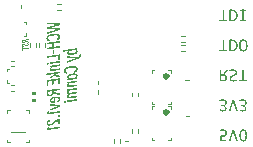
<source format=gbo>
G04 Layer: BottomSilkscreenLayer*
G04 EasyEDA Pro v2.2.20.32, 2024-06-04 01:45:36*
G04 Gerber Generator version 0.3*
G04 Scale: 100 percent, Rotated: No, Reflected: No*
G04 Dimensions in millimeters*
G04 Leading zeros omitted, absolute positions, 3 integers and 5 decimals*
%FSLAX35Y35*%
%MOMM*%
%ADD10C,0.1*%
%ADD11C,0.3*%
G75*


G04 Text Start*
G36*
G01X1093459Y-47320D02*
G01X1089217Y-47744D01*
G01X1085399Y-47956D01*
G01X1081580Y-47744D01*
G01X1079459Y-47320D01*
G01X1076914Y-47108D01*
G01X1075217Y-46896D01*
G01X1073308Y-46259D01*
G01X1070974Y-45623D01*
G01X1069277Y-44987D01*
G01X1066307Y-43714D01*
G01X1063338Y-42017D01*
G01X1062065Y-41169D01*
G01X1059520Y-39047D01*
G01X1058247Y-37563D01*
G01X1057186Y-36078D01*
G01X1056338Y-34805D01*
G01X1055489Y-33320D01*
G01X1054853Y-31835D01*
G01X1054429Y-30350D01*
G01X1053792Y-28441D01*
G01X1053156Y-25260D01*
G01X1052944Y-21441D01*
G01X1053156Y-18896D01*
G01X1053368Y-17199D01*
G01X1053792Y-15290D01*
G01X1054217Y-13593D01*
G01X1054641Y-12108D01*
G01X1055914Y-9138D01*
G01X1056762Y-7654D01*
G01X1057611Y-6381D01*
G01X1058459Y-5320D01*
G01X1061641Y-2138D01*
G01X1063762Y-441D01*
G01X1065247Y619D01*
G01X1066944Y1680D01*
G01X1068429Y2528D01*
G01X1073520Y5074D01*
G01X1075853Y5922D01*
G01X1077762Y6771D01*
G01X1079247Y7407D01*
G01X1080732Y7831D01*
G01X1082429Y8468D01*
G01X1084338Y9316D01*
G01X1087732Y10589D01*
G01X1093459Y13134D01*
G01X1095368Y14195D01*
G01X1096853Y15043D01*
G01X1098550Y16104D01*
G01X1101096Y18649D01*
G01X1101944Y19922D01*
G01X1102580Y21407D01*
G01X1103217Y23316D01*
G01X1103641Y25225D01*
G01X1103853Y27983D01*
G01X1103641Y30740D01*
G01X1103217Y32649D01*
G01X1102580Y34558D01*
G01X1101732Y36043D01*
G01X1100459Y37740D01*
G01X1098974Y39013D01*
G01X1097702Y39862D01*
G01X1096005Y40922D01*
G01X1094096Y41771D01*
G01X1092399Y42407D01*
G01X1088156Y43255D01*
G01X1084550Y43680D01*
G01X1081156Y43892D01*
G01X1079671Y44104D01*
G01X1078186Y43892D01*
G01X1074792Y43680D01*
G01X1071186Y43255D01*
G01X1068853Y42831D01*
G01X1066732Y42619D01*
G01X1061004Y41346D01*
G01X1055277Y39437D01*
G01X1053580Y38801D01*
G01X1052095Y38377D01*
G01X1051777Y39702D01*
G01X1051671Y44104D01*
G01X1051883Y48665D01*
G01X1052520Y50468D01*
G01X1054217Y51316D01*
G01X1058035Y52589D01*
G01X1059732Y53013D01*
G01X1061217Y53225D01*
G01X1062914Y53649D01*
G01X1065459Y54074D01*
G01X1068429Y54498D01*
G01X1070338Y54922D01*
G01X1077974Y55134D01*
G01X1085823Y54922D01*
G01X1088792Y54498D01*
G01X1090914Y54286D01*
G01X1093035Y53862D01*
G01X1097277Y52589D01*
G01X1100671Y51316D01*
G01X1104065Y49619D01*
G01X1105338Y48771D01*
G01X1107035Y47498D01*
G01X1110641Y43892D01*
G01X1111702Y42407D01*
G01X1112974Y40498D01*
G01X1114035Y38377D01*
G01X1114883Y36255D01*
G01X1115520Y34134D01*
G01X1115944Y32013D01*
G01X1116368Y29468D01*
G01X1116580Y26498D01*
G01X1116368Y24377D01*
G01X1115944Y20983D01*
G01X1115520Y19286D01*
G01X1114883Y17377D01*
G01X1114035Y15468D01*
G01X1112974Y13559D01*
G01X1111914Y12074D01*
G01X1110641Y10377D01*
G01X1108096Y7831D01*
G01X1107035Y6983D01*
G01X1105550Y6134D01*
G01X1103853Y5074D01*
G01X1102368Y4225D01*
G01X1095580Y831D01*
G01X1093883Y195D01*
G01X1090914Y-1078D01*
G01X1089217Y-1714D01*
G01X1085399Y-2987D01*
G01X1082005Y-4260D01*
G01X1079035Y-5532D01*
G01X1075641Y-7229D01*
G01X1073944Y-8290D01*
G01X1071823Y-9563D01*
G01X1070338Y-10623D01*
G01X1069065Y-12108D01*
G01X1067580Y-14229D01*
G01X1066520Y-16350D01*
G01X1065883Y-18896D01*
G01X1065671Y-23138D01*
G01X1065883Y-26532D01*
G01X1066520Y-28229D01*
G01X1067792Y-30350D01*
G01X1069277Y-31835D01*
G01X1070338Y-32684D01*
G01X1071611Y-33532D01*
G01X1073520Y-34381D01*
G01X1075217Y-35017D01*
G01X1077338Y-35441D01*
G01X1079671Y-36078D01*
G01X1084974Y-36502D01*
G01X1090065Y-36290D01*
G01X1093035Y-35866D01*
G01X1096429Y-35441D01*
G01X1099823Y-34593D01*
G01X1101944Y-33956D01*
G01X1106399Y-32472D01*
G01X1108096Y-31835D01*
G01X1109793Y-31623D01*
G01X1110429Y-31994D01*
G01X1110641Y-32684D01*
G01X1111065Y-34169D01*
G01X1111914Y-36078D01*
G01X1112762Y-38411D01*
G01X1113611Y-40532D01*
G01X1114247Y-42017D01*
G01X1114194Y-42388D01*
G01X1113611Y-42653D01*
G01X1112126Y-43078D01*
G01X1110429Y-43714D01*
G01X1107883Y-44563D01*
G01X1104914Y-45411D01*
G01X1102156Y-46047D01*
G01X1100247Y-46472D01*
G01X1093459Y-47320D01*
G37*
G36*
G01X1202914Y-35866D02*
G01X1203126Y-41593D01*
G01X1203126Y-46259D01*
G01X1133126Y-46259D01*
G01X1132914Y-44350D01*
G01X1132702Y-39472D01*
G01X1132861Y-37032D01*
G01X1133338Y-35653D01*
G01X1137262Y-35017D01*
G01X1147762Y-34805D01*
G01X1161550Y-34805D01*
G01X1161550Y9316D01*
G01X1161974Y53649D01*
G01X1168126Y53862D01*
G01X1172527Y53702D01*
G01X1174277Y53225D01*
G01X1174701Y8892D01*
G01X1174701Y-34805D01*
G01X1202701Y-34805D01*
G01X1202914Y-35866D01*
G37*
G36*
G01X985702Y-46259D02*
G01X971065Y-46259D01*
G01X970853Y-45199D01*
G01X970811Y-35229D01*
G01X983793Y-35229D01*
G01X992490Y-35229D01*
G01X1001823Y-35017D01*
G01X1003520Y-34593D01*
G01X1005853Y-34169D01*
G01X1007762Y-33532D01*
G01X1009459Y-32684D01*
G01X1011368Y-31623D01*
G01X1012853Y-30563D01*
G01X1014126Y-29078D01*
G01X1015399Y-26957D01*
G01X1016247Y-25047D01*
G01X1016671Y-23563D01*
G01X1017096Y-21866D01*
G01X1017308Y-16775D01*
G01X1017096Y-12108D01*
G01X1016671Y-10411D01*
G01X1016035Y-8502D01*
G01X1015186Y-6593D01*
G01X1014126Y-5108D01*
G01X1013065Y-4047D01*
G01X1011580Y-2775D01*
G01X1009883Y-1714D01*
G01X1007974Y-866D01*
G01X1005853Y-17D01*
G01X1003308Y619D01*
G01X1000974Y1043D01*
G01X992277Y1256D01*
G01X984005Y1043D01*
G01X983793Y-17199D01*
G01X983793Y-35229D01*
G01X983793Y-35229D01*
G01X970811Y-35229D01*
G01X970641Y4649D01*
G01X971065Y53649D01*
G01X977217Y53862D01*
G01X981618Y53702D01*
G01X983368Y53225D01*
G01X983793Y32437D01*
G01X983793Y12286D01*
G01X991641Y12286D01*
G01X997580Y12498D01*
G01X999702Y13134D01*
G01X1000338Y14407D01*
G01X1001186Y15680D01*
G01X1002035Y17165D01*
G01X1002883Y18862D01*
G01X1005429Y23316D01*
G01X1006277Y24589D01*
G01X1007126Y26074D01*
G01X1008186Y27771D01*
G01X1009247Y29680D01*
G01X1010096Y31165D01*
G01X1011156Y32862D01*
G01X1012217Y34771D01*
G01X1013914Y37740D01*
G01X1014974Y39649D01*
G01X1016247Y41771D01*
G01X1017308Y43680D01*
G01X1018156Y45165D01*
G01X1019217Y46862D01*
G01X1020277Y48771D01*
G01X1021126Y50256D01*
G01X1022186Y51953D01*
G01X1023459Y53437D01*
G01X1030671Y53862D01*
G01X1037459Y53437D01*
G01X1037459Y52377D01*
G01X1036611Y50892D01*
G01X1035338Y48983D01*
G01X1026429Y34134D01*
G01X1023247Y29043D01*
G01X1021550Y26074D01*
G01X1020489Y24377D01*
G01X1017944Y20134D01*
G01X1016883Y18437D01*
G01X1016035Y16952D01*
G01X1014338Y14407D01*
G01X1013489Y12922D01*
G01X1012429Y11225D01*
G01X1011580Y9316D01*
G01X1011739Y8627D01*
G01X1012641Y8256D01*
G01X1014338Y7619D01*
G01X1015823Y6771D01*
G01X1017520Y5922D01*
G01X1019217Y4862D01*
G01X1020702Y3589D01*
G01X1022823Y1892D01*
G01X1024944Y-229D01*
G01X1026005Y-1714D01*
G01X1027065Y-3411D01*
G01X1027914Y-4896D01*
G01X1028550Y-6381D01*
G01X1029186Y-8078D01*
G01X1029823Y-10199D01*
G01X1030247Y-12108D01*
G01X1030671Y-15502D01*
G01X1030883Y-19108D01*
G01X1030671Y-22714D01*
G01X1030459Y-24199D01*
G01X1030035Y-25896D01*
G01X1029399Y-28017D01*
G01X1028762Y-29926D01*
G01X1028126Y-31411D01*
G01X1027277Y-33108D01*
G01X1026217Y-34593D01*
G01X1024944Y-36290D01*
G01X1023459Y-37775D01*
G01X1020277Y-40320D01*
G01X1018792Y-41169D01*
G01X1015399Y-42866D01*
G01X1012005Y-44138D01*
G01X1009459Y-44775D01*
G01X1007126Y-45411D01*
G01X1003944Y-45835D01*
G01X1000974Y-46047D01*
G01X985702Y-46259D01*
G37*
G36*
G01X1077974Y-200563D02*
G01X1084126Y-200138D01*
G01X1088527Y-200298D01*
G01X1090277Y-200775D01*
G01X1091126Y-202472D01*
G01X1091974Y-205017D01*
G01X1092823Y-207351D01*
G01X1094096Y-211169D01*
G01X1094732Y-213290D01*
G01X1097277Y-220926D01*
G01X1097914Y-222623D01*
G01X1098550Y-224532D01*
G01X1099186Y-226654D01*
G01X1100459Y-230472D01*
G01X1101308Y-232593D01*
G01X1102156Y-235138D01*
G01X1102793Y-237260D01*
G01X1103429Y-238957D01*
G01X1107883Y-252320D01*
G01X1108520Y-254441D01*
G01X1109368Y-256775D01*
G01X1110217Y-259320D01*
G01X1110853Y-261441D01*
G01X1111490Y-263138D01*
G01X1114671Y-272684D01*
G01X1115308Y-274805D01*
G01X1116156Y-277138D01*
G01X1117005Y-279684D01*
G01X1117641Y-281805D01*
G01X1118277Y-283502D01*
G01X1122732Y-296866D01*
G01X1123368Y-298987D01*
G01X1123527Y-299676D01*
G01X1123156Y-300047D01*
G01X1116368Y-300259D01*
G01X1111702Y-300047D01*
G01X1110005Y-299411D01*
G01X1109580Y-297926D01*
G01X1108308Y-293684D01*
G01X1105550Y-285411D01*
G01X1104914Y-283078D01*
G01X1104277Y-281381D01*
G01X1103641Y-279472D01*
G01X1102368Y-275229D01*
G01X1101096Y-271411D01*
G01X1099823Y-267169D01*
G01X1098550Y-263351D01*
G01X1096641Y-256987D01*
G01X1095793Y-254654D01*
G01X1094096Y-249138D01*
G01X1093459Y-247017D01*
G01X1091974Y-242563D01*
G01X1091338Y-240229D01*
G01X1090702Y-238532D01*
G01X1090065Y-236623D01*
G01X1088156Y-230260D01*
G01X1087520Y-227926D01*
G01X1086883Y-225805D01*
G01X1086459Y-224320D01*
G01X1086247Y-222835D01*
G01X1085611Y-220926D01*
G01X1084974Y-218169D01*
G01X1084126Y-216260D01*
G01X1083649Y-216153D01*
G01X1083489Y-216684D01*
G01X1082429Y-220926D01*
G01X1082005Y-223260D01*
G01X1081368Y-225169D01*
G01X1080732Y-227926D01*
G01X1079459Y-232169D01*
G01X1078823Y-234502D01*
G01X1078186Y-236623D01*
G01X1076914Y-240441D01*
G01X1075005Y-246805D01*
G01X1074156Y-249138D01*
G01X1072459Y-254654D01*
G01X1071611Y-256987D01*
G01X1070974Y-258896D01*
G01X1070550Y-260593D01*
G01X1069914Y-262714D01*
G01X1069065Y-265047D01*
G01X1068429Y-267169D01*
G01X1067792Y-269078D01*
G01X1066520Y-273320D01*
G01X1065247Y-277138D01*
G01X1063974Y-281381D01*
G01X1062065Y-287108D01*
G01X1060156Y-293472D01*
G01X1059308Y-295805D01*
G01X1058459Y-298563D01*
G01X1057398Y-300047D01*
G01X1050611Y-300259D01*
G01X1044459Y-300259D01*
G01X1044671Y-299199D01*
G01X1045095Y-297502D01*
G01X1047005Y-291775D01*
G01X1047853Y-289653D01*
G01X1051671Y-278199D01*
G01X1052308Y-276078D01*
G01X1058671Y-256987D01*
G01X1059308Y-254866D01*
G01X1060156Y-252532D01*
G01X1061853Y-247441D01*
G01X1062701Y-245108D01*
G01X1065247Y-237472D01*
G01X1065883Y-235351D01*
G01X1070974Y-220078D01*
G01X1071611Y-217957D01*
G01X1072459Y-215623D01*
G01X1073308Y-213078D01*
G01X1073944Y-210957D01*
G01X1074580Y-209260D01*
G01X1077126Y-201623D01*
G01X1077974Y-200563D01*
G37*
G36*
G01X984641Y-199290D02*
G01X992065Y-198866D01*
G01X999277Y-199078D01*
G01X1002247Y-199502D01*
G01X1005641Y-199926D01*
G01X1007762Y-200563D01*
G01X1010308Y-201199D01*
G01X1012005Y-201835D01*
G01X1014974Y-203108D01*
G01X1016671Y-204169D01*
G01X1018792Y-205441D01*
G01X1020277Y-206502D01*
G01X1021338Y-207351D01*
G01X1023459Y-209472D01*
G01X1024520Y-210745D01*
G01X1025368Y-212017D01*
G01X1026429Y-213502D01*
G01X1027489Y-215623D01*
G01X1028338Y-217957D01*
G01X1028974Y-219866D01*
G01X1029399Y-221563D01*
G01X1029823Y-223684D01*
G01X1030247Y-226229D01*
G01X1030459Y-229411D01*
G01X1030247Y-231745D01*
G01X1029399Y-235987D01*
G01X1028974Y-237472D01*
G01X1028338Y-238957D01*
G01X1027489Y-240654D01*
G01X1026429Y-242138D01*
G01X1024308Y-244684D01*
G01X1022611Y-245957D01*
G01X1020702Y-247441D01*
G01X1018792Y-248502D01*
G01X1017096Y-249351D01*
G01X1015611Y-249987D01*
G01X1013914Y-250623D01*
G01X1011792Y-251260D01*
G01X1009883Y-251684D01*
G01X1007762Y-252108D01*
G01X1006065Y-252744D01*
G01X1006118Y-253063D01*
G01X1006702Y-253169D01*
G01X1008186Y-253381D01*
G01X1009671Y-253805D01*
G01X1013065Y-255078D01*
G01X1014550Y-255714D01*
G01X1016035Y-256563D01*
G01X1017944Y-257835D01*
G01X1020065Y-259532D01*
G01X1021762Y-261441D01*
G01X1023883Y-264411D01*
G01X1024944Y-266532D01*
G01X1025792Y-268866D01*
G01X1026429Y-271199D01*
G01X1026853Y-273320D01*
G01X1027065Y-275441D01*
G01X1027277Y-277138D01*
G01X1027277Y-278835D01*
G01X1026853Y-281805D01*
G01X1026217Y-284563D01*
G01X1025580Y-286472D01*
G01X1024944Y-287956D01*
G01X1024095Y-289229D01*
G01X1023247Y-290714D01*
G01X1022399Y-291987D01*
G01X1020277Y-294108D01*
G01X1019005Y-295169D01*
G01X1017520Y-296017D01*
G01X1014126Y-298138D01*
G01X1011156Y-299411D01*
G01X1009459Y-300047D01*
G01X1007762Y-300472D01*
G01X1005217Y-300896D01*
G01X1001823Y-301320D01*
G01X998853Y-301744D01*
G01X995247Y-301956D01*
G01X992490Y-301744D01*
G01X990793Y-301320D01*
G01X988883Y-301108D01*
G01X987399Y-300896D01*
G01X982308Y-299623D01*
G01X980611Y-298987D01*
G01X977641Y-297714D01*
G01X975096Y-296441D01*
G01X973611Y-295593D01*
G01X970217Y-293472D01*
G01X968944Y-292623D01*
G01X968096Y-291775D01*
G01X967936Y-291191D01*
G01X968308Y-290290D01*
G01X970429Y-287320D01*
G01X971702Y-285835D01*
G01X973399Y-283714D01*
G01X975096Y-283714D01*
G01X976580Y-284563D01*
G01X978065Y-285623D01*
G01X981883Y-287532D01*
G01X984853Y-288805D01*
G01X986974Y-289441D01*
G01X989308Y-290078D01*
G01X991005Y-290502D01*
G01X992490Y-290714D01*
G01X997368Y-290926D01*
G01X1002247Y-290714D01*
G01X1003944Y-290290D01*
G01X1005641Y-289653D01*
G01X1006914Y-289017D01*
G01X1007974Y-288381D01*
G01X1009459Y-287320D01*
G01X1010944Y-285835D01*
G01X1011792Y-284563D01*
G01X1012641Y-283078D01*
G01X1013489Y-281169D01*
G01X1013914Y-278623D01*
G01X1014126Y-276290D01*
G01X1014126Y-274169D01*
G01X1013914Y-271835D01*
G01X1013489Y-270138D01*
G01X1012641Y-268017D01*
G01X1011792Y-266320D01*
G01X1010944Y-265260D01*
G01X1009671Y-263563D01*
G01X1007974Y-262078D01*
G01X1006277Y-261017D01*
G01X1004368Y-259957D01*
G01X1002459Y-259108D01*
G01X1000338Y-258472D01*
G01X998429Y-258047D01*
G01X996732Y-257623D01*
G01X989096Y-257411D01*
G01X982520Y-257411D01*
G01X982308Y-255926D01*
G01X982096Y-250835D01*
G01X982096Y-247229D01*
G01X983156Y-247017D01*
G01X995035Y-246593D01*
G01X997368Y-246381D01*
G01X999277Y-246169D01*
G01X1002671Y-245744D01*
G01X1005641Y-244896D01*
G01X1007550Y-244260D01*
G01X1009459Y-243411D01*
G01X1010732Y-242563D01*
G01X1012429Y-241290D01*
G01X1013914Y-239805D01*
G01X1014762Y-238532D01*
G01X1015611Y-236835D01*
G01X1016459Y-234502D01*
G01X1016883Y-232381D01*
G01X1017096Y-230896D01*
G01X1017308Y-228351D01*
G01X1017096Y-225805D01*
G01X1016671Y-222835D01*
G01X1016035Y-220926D01*
G01X1015186Y-219017D01*
G01X1014338Y-217745D01*
G01X1013065Y-216048D01*
G01X1011156Y-214351D01*
G01X1009247Y-213078D01*
G01X1007550Y-212229D01*
G01X1004156Y-210957D01*
G01X1002671Y-210532D01*
G01X1000550Y-210108D01*
G01X997368Y-209896D01*
G01X995035Y-209684D01*
G01X992914Y-209472D01*
G01X990793Y-209684D01*
G01X984853Y-210108D01*
G01X979126Y-211381D01*
G01X974883Y-212654D01*
G01X972974Y-213290D01*
G01X971277Y-214138D01*
G01X969368Y-214987D01*
G01X967884Y-215623D01*
G01X967353Y-215517D01*
G01X967035Y-214775D01*
G01X966823Y-209260D01*
G01X966982Y-205813D01*
G01X967459Y-204381D01*
G01X968944Y-203532D01*
G01X970853Y-202684D01*
G01X973399Y-201835D01*
G01X977641Y-200563D01*
G01X980611Y-199926D01*
G01X982944Y-199714D01*
G01X984641Y-199290D01*
G37*
G36*
G01X1153277Y-199078D02*
G01X1160065Y-198866D01*
G01X1167277Y-199078D01*
G01X1170247Y-199502D01*
G01X1172156Y-199714D01*
G01X1174277Y-200138D01*
G01X1178944Y-201411D01*
G01X1181065Y-202260D01*
G01X1182974Y-203108D01*
G01X1184671Y-204169D01*
G01X1186580Y-205229D01*
G01X1187853Y-206290D01*
G01X1189974Y-207987D01*
G01X1191035Y-209048D01*
G01X1192307Y-210532D01*
G01X1194429Y-213502D01*
G01X1195489Y-215623D01*
G01X1196338Y-217745D01*
G01X1196974Y-219442D01*
G01X1197823Y-223260D01*
G01X1198247Y-225805D01*
G01X1198459Y-229411D01*
G01X1198247Y-231745D01*
G01X1197823Y-234714D01*
G01X1197186Y-236835D01*
G01X1196338Y-238957D01*
G01X1195489Y-240654D01*
G01X1194429Y-242138D01*
G01X1192307Y-244684D01*
G01X1190611Y-245957D01*
G01X1188701Y-247441D01*
G01X1186792Y-248502D01*
G01X1185095Y-249351D01*
G01X1183186Y-250199D01*
G01X1180429Y-251048D01*
G01X1177883Y-251684D01*
G01X1175762Y-252108D01*
G01X1174489Y-252744D01*
G01X1174755Y-253116D01*
G01X1175974Y-253381D01*
G01X1178308Y-254017D01*
G01X1181701Y-255290D01*
G01X1183398Y-256138D01*
G01X1184883Y-256987D01*
G01X1185944Y-257835D01*
G01X1188489Y-259957D01*
G01X1189762Y-261441D01*
G01X1191883Y-264411D01*
G01X1192944Y-266532D01*
G01X1193792Y-268654D01*
G01X1194429Y-271199D01*
G01X1194853Y-273320D01*
G01X1195277Y-275866D01*
G01X1195277Y-279684D01*
G01X1194853Y-282229D01*
G01X1194429Y-283926D01*
G01X1193792Y-285835D01*
G01X1193156Y-287320D01*
G01X1192520Y-288593D01*
G01X1191671Y-290078D01*
G01X1190398Y-291987D01*
G01X1187853Y-294532D01*
G01X1186792Y-295381D01*
G01X1185520Y-296017D01*
G01X1182126Y-298138D01*
G01X1179156Y-299411D01*
G01X1177459Y-300047D01*
G01X1175762Y-300472D01*
G01X1173217Y-300896D01*
G01X1169823Y-301320D01*
G01X1166853Y-301744D01*
G01X1163247Y-301956D01*
G01X1160489Y-301744D01*
G01X1158792Y-301320D01*
G01X1156883Y-301108D01*
G01X1155399Y-300896D01*
G01X1152005Y-300047D01*
G01X1149883Y-299411D01*
G01X1147550Y-298563D01*
G01X1145641Y-297714D01*
G01X1143520Y-296653D01*
G01X1141611Y-295593D01*
G01X1138217Y-293472D01*
G01X1136944Y-292623D01*
G01X1136096Y-291775D01*
G01X1135937Y-291191D01*
G01X1136308Y-290290D01*
G01X1137368Y-288805D01*
G01X1138217Y-287744D01*
G01X1140762Y-284350D01*
G01X1142035Y-283502D01*
G01X1143308Y-283714D01*
G01X1144792Y-284775D01*
G01X1146914Y-286047D01*
G01X1149035Y-287108D01*
G01X1152853Y-288805D01*
G01X1155186Y-289441D01*
G01X1157308Y-290078D01*
G01X1159005Y-290502D01*
G01X1160489Y-290714D01*
G01X1165368Y-290926D01*
G01X1170247Y-290714D01*
G01X1171944Y-290290D01*
G01X1173641Y-289653D01*
G01X1174914Y-289017D01*
G01X1175974Y-288381D01*
G01X1177459Y-287320D01*
G01X1178944Y-285835D01*
G01X1180641Y-283290D01*
G01X1181277Y-281805D01*
G01X1181701Y-280108D01*
G01X1181914Y-277987D01*
G01X1182126Y-276290D01*
G01X1182126Y-274169D01*
G01X1181914Y-271835D01*
G01X1181489Y-270138D01*
G01X1180853Y-268441D01*
G01X1180004Y-266744D01*
G01X1178732Y-264835D01*
G01X1177459Y-263351D01*
G01X1176398Y-262502D01*
G01X1174914Y-261441D01*
G01X1173217Y-260381D01*
G01X1171520Y-259532D01*
G01X1168974Y-258684D01*
G01X1166005Y-257835D01*
G01X1157520Y-257411D01*
G01X1150520Y-257411D01*
G01X1150308Y-255926D01*
G01X1150095Y-250835D01*
G01X1150095Y-247229D01*
G01X1151156Y-247017D01*
G01X1163035Y-246593D01*
G01X1165368Y-246381D01*
G01X1167277Y-246169D01*
G01X1170671Y-245744D01*
G01X1173641Y-244896D01*
G01X1175550Y-244260D01*
G01X1177459Y-243411D01*
G01X1179156Y-242351D01*
G01X1180641Y-241078D01*
G01X1181701Y-240017D01*
G01X1182762Y-238532D01*
G01X1183611Y-236835D01*
G01X1184247Y-235138D01*
G01X1184883Y-233229D01*
G01X1185308Y-228563D01*
G01X1184883Y-223896D01*
G01X1184247Y-221775D01*
G01X1183611Y-219866D01*
G01X1182762Y-218381D01*
G01X1181489Y-216472D01*
G01X1180004Y-214987D01*
G01X1178308Y-213714D01*
G01X1175974Y-212442D01*
G01X1173853Y-211593D01*
G01X1172156Y-210957D01*
G01X1170671Y-210532D01*
G01X1168550Y-210108D01*
G01X1165580Y-209896D01*
G01X1163459Y-209684D01*
G01X1161126Y-209472D01*
G01X1158792Y-209684D01*
G01X1152853Y-210108D01*
G01X1147126Y-211381D01*
G01X1142883Y-212654D01*
G01X1140974Y-213290D01*
G01X1139277Y-214138D01*
G01X1137368Y-214987D01*
G01X1135883Y-215623D01*
G01X1135353Y-215411D01*
G01X1135035Y-214351D01*
G01X1134823Y-209048D01*
G01X1135035Y-205972D01*
G01X1135671Y-204381D01*
G01X1137368Y-203320D01*
G01X1138853Y-202684D01*
G01X1142671Y-201411D01*
G01X1144156Y-200987D01*
G01X1145853Y-200563D01*
G01X1148611Y-199926D01*
G01X1151792Y-199502D01*
G01X1153277Y-199078D01*
G37*
G36*
G01X1077974Y-454563D02*
G01X1084126Y-454138D01*
G01X1088527Y-454298D01*
G01X1090277Y-454775D01*
G01X1091126Y-456472D01*
G01X1091974Y-459017D01*
G01X1092823Y-461351D01*
G01X1094096Y-465169D01*
G01X1094732Y-467290D01*
G01X1097277Y-474926D01*
G01X1097914Y-476623D01*
G01X1098550Y-478532D01*
G01X1099186Y-480654D01*
G01X1100459Y-484472D01*
G01X1101308Y-486593D01*
G01X1102156Y-489138D01*
G01X1102793Y-491260D01*
G01X1103429Y-492957D01*
G01X1107883Y-506320D01*
G01X1108520Y-508441D01*
G01X1109368Y-510775D01*
G01X1110217Y-513320D01*
G01X1110853Y-515441D01*
G01X1111490Y-517138D01*
G01X1114671Y-526684D01*
G01X1115308Y-528805D01*
G01X1116156Y-531138D01*
G01X1117005Y-533684D01*
G01X1117641Y-535805D01*
G01X1118277Y-537502D01*
G01X1122732Y-550866D01*
G01X1123368Y-552987D01*
G01X1123527Y-553676D01*
G01X1123156Y-554047D01*
G01X1116368Y-554259D01*
G01X1111702Y-554047D01*
G01X1110005Y-553411D01*
G01X1109580Y-551926D01*
G01X1108308Y-547684D01*
G01X1105550Y-539411D01*
G01X1104914Y-537078D01*
G01X1104277Y-535381D01*
G01X1103641Y-533472D01*
G01X1102368Y-529229D01*
G01X1101096Y-525411D01*
G01X1099823Y-521169D01*
G01X1098550Y-517351D01*
G01X1096641Y-510987D01*
G01X1095793Y-508654D01*
G01X1094096Y-503138D01*
G01X1093459Y-501017D01*
G01X1091974Y-496563D01*
G01X1091338Y-494229D01*
G01X1090702Y-492532D01*
G01X1090065Y-490623D01*
G01X1088156Y-484260D01*
G01X1087520Y-481926D01*
G01X1086883Y-479805D01*
G01X1086459Y-478320D01*
G01X1086247Y-476835D01*
G01X1085611Y-474926D01*
G01X1084974Y-472169D01*
G01X1084126Y-470260D01*
G01X1083649Y-470153D01*
G01X1083489Y-470684D01*
G01X1082429Y-474926D01*
G01X1082005Y-477260D01*
G01X1081368Y-479169D01*
G01X1080732Y-481926D01*
G01X1079459Y-486169D01*
G01X1078823Y-488502D01*
G01X1078186Y-490623D01*
G01X1076914Y-494441D01*
G01X1075005Y-500805D01*
G01X1074156Y-503138D01*
G01X1072459Y-508654D01*
G01X1071611Y-510987D01*
G01X1070974Y-512896D01*
G01X1070550Y-514593D01*
G01X1069914Y-516714D01*
G01X1069065Y-519047D01*
G01X1068429Y-521169D01*
G01X1067792Y-523078D01*
G01X1066520Y-527320D01*
G01X1065247Y-531138D01*
G01X1063974Y-535381D01*
G01X1062065Y-541108D01*
G01X1060156Y-547472D01*
G01X1059308Y-549805D01*
G01X1058459Y-552563D01*
G01X1057398Y-554047D01*
G01X1050611Y-554259D01*
G01X1044459Y-554259D01*
G01X1044671Y-553199D01*
G01X1045095Y-551502D01*
G01X1047005Y-545775D01*
G01X1047853Y-543653D01*
G01X1051671Y-532199D01*
G01X1052308Y-530078D01*
G01X1058671Y-510987D01*
G01X1059308Y-508866D01*
G01X1060156Y-506532D01*
G01X1061853Y-501441D01*
G01X1062701Y-499108D01*
G01X1065247Y-491472D01*
G01X1065883Y-489351D01*
G01X1070974Y-474078D01*
G01X1071611Y-471957D01*
G01X1072459Y-469623D01*
G01X1073308Y-467078D01*
G01X1073944Y-464957D01*
G01X1074580Y-463260D01*
G01X1077126Y-455623D01*
G01X1077974Y-454563D01*
G37*
G36*
G01X1164308Y-453078D02*
G01X1168126Y-452866D01*
G01X1172368Y-453078D01*
G01X1174065Y-453502D01*
G01X1176186Y-453926D01*
G01X1178095Y-454563D01*
G01X1179792Y-455199D01*
G01X1181277Y-455835D01*
G01X1182762Y-456684D01*
G01X1184671Y-457957D01*
G01X1186368Y-459229D01*
G01X1189550Y-462411D01*
G01X1192095Y-466229D01*
G01X1192944Y-467714D01*
G01X1193792Y-469411D01*
G01X1194641Y-471320D01*
G01X1195489Y-473017D01*
G01X1196126Y-474714D01*
G01X1196974Y-478108D01*
G01X1197611Y-480229D01*
G01X1198247Y-483199D01*
G01X1198883Y-486381D01*
G01X1199307Y-489775D01*
G01X1199520Y-492532D01*
G01X1199944Y-498472D01*
G01X1200156Y-504835D01*
G01X1199944Y-511199D01*
G01X1199520Y-517563D01*
G01X1199307Y-519896D01*
G01X1198883Y-522441D01*
G01X1198459Y-524563D01*
G01X1198247Y-526472D01*
G01X1197398Y-529441D01*
G01X1196974Y-531138D01*
G01X1195701Y-534957D01*
G01X1195065Y-536653D01*
G01X1193156Y-540472D01*
G01X1192095Y-542381D01*
G01X1190398Y-544926D01*
G01X1189338Y-546199D01*
G01X1185732Y-549805D01*
G01X1184671Y-550653D01*
G01X1183186Y-551502D01*
G01X1181489Y-552563D01*
G01X1179792Y-553411D01*
G01X1176398Y-554684D01*
G01X1174701Y-555108D01*
G01X1173217Y-555320D01*
G01X1171520Y-555744D01*
G01X1167277Y-555956D01*
G01X1163459Y-555744D01*
G01X1161762Y-555320D01*
G01X1159641Y-554896D01*
G01X1157520Y-554259D01*
G01X1155611Y-553411D01*
G01X1153702Y-552350D01*
G01X1151580Y-551078D01*
G01X1150095Y-549805D01*
G01X1146489Y-546199D01*
G01X1145641Y-545138D01*
G01X1145005Y-544078D01*
G01X1144156Y-542805D01*
G01X1143308Y-541320D01*
G01X1141399Y-537502D01*
G01X1140550Y-535381D01*
G01X1139914Y-533472D01*
G01X1138641Y-529229D01*
G01X1138217Y-527320D01*
G01X1138005Y-525623D01*
G01X1137156Y-521381D01*
G01X1136732Y-516290D01*
G01X1136308Y-512472D01*
G01X1136096Y-503987D01*
G01X1136308Y-495502D01*
G01X1137156Y-487017D01*
G01X1138005Y-482775D01*
G01X1138853Y-478957D01*
G01X1140338Y-474502D01*
G01X1141186Y-472169D01*
G01X1142035Y-470260D01*
G01X1142883Y-468563D01*
G01X1143732Y-467078D01*
G01X1144792Y-465381D01*
G01X1146277Y-463260D01*
G01X1147550Y-461775D01*
G01X1148399Y-460714D01*
G01X1150520Y-459017D01*
G01X1151792Y-457957D01*
G01X1153489Y-456896D01*
G01X1155399Y-455835D01*
G01X1157308Y-454987D01*
G01X1159005Y-454351D01*
G01X1160489Y-453926D01*
G01X1162611Y-453502D01*
G01X1164308Y-453078D01*
G37*
%LPC*%
G36*
G01X1164308Y-464108D02*
G01X1163247Y-464320D01*
G01X1161550Y-464745D01*
G01X1159853Y-465593D01*
G01X1158580Y-466442D01*
G01X1157520Y-467290D01*
G01X1156247Y-468775D01*
G01X1155186Y-470260D01*
G01X1154338Y-471745D01*
G01X1153489Y-473442D01*
G01X1152641Y-475351D01*
G01X1152005Y-477472D01*
G01X1151580Y-478957D01*
G01X1151156Y-480654D01*
G01X1150732Y-482987D01*
G01X1150308Y-484896D01*
G01X1149883Y-487441D01*
G01X1149671Y-490623D01*
G01X1149459Y-492532D01*
G01X1149247Y-505048D01*
G01X1149459Y-517563D01*
G01X1149883Y-522654D01*
G01X1150308Y-525623D01*
G01X1151368Y-529866D01*
G01X1152005Y-531987D01*
G01X1152641Y-533684D01*
G01X1153489Y-535593D01*
G01X1154550Y-537502D01*
G01X1155611Y-539199D01*
G01X1157732Y-541320D01*
G01X1159217Y-542593D01*
G01X1161126Y-543653D01*
G01X1163459Y-544290D01*
G01X1165580Y-544714D01*
G01X1168550Y-544926D01*
G01X1171520Y-544714D01*
G01X1173217Y-544290D01*
G01X1174914Y-543653D01*
G01X1176611Y-542805D01*
G01X1178095Y-541744D01*
G01X1179156Y-540684D01*
G01X1180429Y-539199D01*
G01X1181701Y-537290D01*
G01X1182762Y-535169D01*
G01X1183611Y-533260D01*
G01X1184247Y-531350D01*
G01X1184883Y-529229D01*
G01X1185520Y-526472D01*
G01X1185944Y-523502D01*
G01X1186368Y-521805D01*
G01X1186792Y-517987D01*
G01X1187217Y-505684D01*
G01X1187429Y-503987D01*
G01X1187217Y-502290D01*
G01X1186792Y-489987D01*
G01X1186368Y-486169D01*
G01X1185944Y-484472D01*
G01X1185520Y-481714D01*
G01X1184883Y-479169D01*
G01X1184247Y-477048D01*
G01X1183611Y-475138D01*
G01X1182762Y-473229D01*
G01X1181914Y-471532D01*
G01X1180853Y-470048D01*
G01X1179580Y-468563D01*
G01X1178520Y-467502D01*
G01X1177247Y-466442D01*
G01X1175762Y-465593D01*
G01X1174489Y-464957D01*
G01X1173217Y-464532D01*
G01X1171520Y-464108D01*
G01X1167489Y-463896D01*
G01X1164308Y-464108D01*
G37*
%LPD*%
G36*
G01X988671Y-453078D02*
G01X994611Y-452866D01*
G01X1000126Y-453078D01*
G01X1002671Y-453502D01*
G01X1005641Y-453926D01*
G01X1007550Y-454563D01*
G01X1009247Y-454987D01*
G01X1010732Y-455411D01*
G01X1012641Y-456260D01*
G01X1014338Y-457108D01*
G01X1015399Y-457744D01*
G01X1016671Y-458381D01*
G01X1017944Y-459229D01*
G01X1019005Y-460290D01*
G01X1021126Y-461987D01*
G01X1022186Y-463048D01*
G01X1024308Y-465593D01*
G01X1025156Y-466866D01*
G01X1025792Y-468138D01*
G01X1026641Y-469623D01*
G01X1027489Y-471532D01*
G01X1028338Y-473654D01*
G01X1028974Y-475987D01*
G01X1029399Y-477684D01*
G01X1029823Y-479805D01*
G01X1030035Y-483411D01*
G01X1030247Y-486169D01*
G01X1030247Y-487441D01*
G01X1029823Y-493381D01*
G01X1029186Y-495290D01*
G01X1028550Y-497411D01*
G01X1027277Y-500381D01*
G01X1026641Y-501654D01*
G01X1025792Y-502714D01*
G01X1023671Y-505684D01*
G01X1022611Y-506744D01*
G01X1019429Y-509290D01*
G01X1017944Y-510351D01*
G01X1016247Y-511411D01*
G01X1013277Y-512684D01*
G01X1009883Y-513957D01*
G01X1007550Y-514593D01*
G01X1005217Y-515017D01*
G01X1002671Y-515441D01*
G01X995883Y-515654D01*
G01X990368Y-515441D01*
G01X985702Y-514593D01*
G01X984641Y-514593D01*
G01X984217Y-517138D01*
G01X984429Y-520108D01*
G01X984853Y-523502D01*
G01X985277Y-529441D01*
G01X985702Y-534108D01*
G01X986126Y-536653D01*
G01X986338Y-540260D01*
G01X986497Y-541638D01*
G01X986974Y-542381D01*
G01X1005217Y-542805D01*
G01X1022823Y-542805D01*
G01X1023035Y-544290D01*
G01X1023247Y-549805D01*
G01X1023247Y-553835D01*
G01X1022186Y-554047D01*
G01X998429Y-554259D01*
G01X975732Y-554259D01*
G01X975732Y-552987D01*
G01X975520Y-551078D01*
G01X975096Y-548108D01*
G01X974671Y-540472D01*
G01X974247Y-534957D01*
G01X973823Y-532411D01*
G01X973611Y-527957D01*
G01X973399Y-524775D01*
G01X972974Y-519260D01*
G01X972550Y-516714D01*
G01X972338Y-512260D01*
G01X972126Y-509078D01*
G01X972126Y-507593D01*
G01X972974Y-506532D01*
G01X974459Y-505684D01*
G01X976156Y-504623D01*
G01X977641Y-503775D01*
G01X979762Y-503563D01*
G01X982732Y-503987D01*
G01X985277Y-504199D01*
G01X986974Y-504411D01*
G01X989944Y-504835D01*
G01X994611Y-505048D01*
G01X999277Y-504835D01*
G01X1003520Y-503987D01*
G01X1005217Y-503563D01*
G01X1006914Y-502926D01*
G01X1009883Y-501229D01*
G01X1011156Y-500381D01*
G01X1012641Y-498896D01*
G01X1013914Y-497411D01*
G01X1014550Y-496351D01*
G01X1015186Y-495078D01*
G01X1016035Y-493169D01*
G01X1016671Y-490835D01*
G01X1016883Y-488502D01*
G01X1017096Y-486593D01*
G01X1017308Y-484048D01*
G01X1017096Y-481502D01*
G01X1016671Y-477684D01*
G01X1016035Y-475775D01*
G01X1014974Y-473442D01*
G01X1013914Y-471532D01*
G01X1012853Y-470260D01*
G01X1010732Y-468138D01*
G01X1009459Y-467290D01*
G01X1007762Y-466442D01*
G01X1005853Y-465593D01*
G01X1003520Y-464745D01*
G01X1001186Y-464320D01*
G01X999702Y-464108D01*
G01X993550Y-463896D01*
G01X987399Y-464108D01*
G01X983580Y-464532D01*
G01X981459Y-465169D01*
G01X979126Y-465805D01*
G01X977641Y-466442D01*
G01X974247Y-467714D01*
G01X970853Y-469411D01*
G01X970323Y-469570D01*
G01X970005Y-469199D01*
G01X969793Y-463472D01*
G01X969793Y-458381D01*
G01X970853Y-457957D01*
G01X972762Y-457108D01*
G01X974459Y-456260D01*
G01X976368Y-455623D01*
G01X978065Y-455199D01*
G01X979974Y-454563D01*
G01X982732Y-453926D01*
G01X985277Y-453714D01*
G01X986974Y-453502D01*
G01X988671Y-453078D01*
G37*
G36*
G01X993974Y561649D02*
G01X1000126Y561862D01*
G01X1004527Y561649D01*
G01X1006277Y561013D01*
G01X1006702Y516680D01*
G01X1006702Y473195D01*
G01X1034702Y473195D01*
G01X1034914Y472134D01*
G01X1035126Y466619D01*
G01X1035126Y462165D01*
G01X1034065Y461953D01*
G01X999065Y461741D01*
G01X965126Y461741D01*
G01X964914Y463225D01*
G01X964702Y468316D01*
G01X964861Y471180D01*
G01X965338Y472559D01*
G01X969262Y473036D01*
G01X979762Y473195D01*
G01X993550Y473195D01*
G01X993550Y517316D01*
G01X993974Y561649D01*
G37*
G36*
G01X1051671Y561649D02*
G01X1065247Y561862D01*
G01X1079035Y561649D01*
G01X1081156Y561225D01*
G01X1084338Y560801D01*
G01X1088580Y559740D01*
G01X1090065Y559528D01*
G01X1091762Y558892D01*
G01X1093883Y558043D01*
G01X1095793Y557195D01*
G01X1097490Y556346D01*
G01X1099399Y555286D01*
G01X1101520Y554013D01*
G01X1103641Y552528D01*
G01X1106611Y549983D01*
G01X1108096Y548498D01*
G01X1110641Y545316D01*
G01X1111702Y543831D01*
G01X1112974Y541922D01*
G01X1114035Y540013D01*
G01X1115732Y536619D01*
G01X1116580Y534498D01*
G01X1117217Y532801D01*
G01X1118490Y528559D01*
G01X1118914Y526437D01*
G01X1119550Y523680D01*
G01X1119974Y520710D01*
G01X1120186Y518377D01*
G01X1120399Y510316D01*
G01X1120186Y502256D01*
G01X1119974Y500134D01*
G01X1119550Y497801D01*
G01X1119126Y495892D01*
G01X1118914Y494195D01*
G01X1117429Y489740D01*
G01X1116580Y487619D01*
G01X1115944Y485922D01*
G01X1115308Y484437D01*
G01X1114459Y482740D01*
G01X1113399Y481256D01*
G01X1112550Y480195D01*
G01X1111702Y478710D01*
G01X1110641Y477225D01*
G01X1108944Y475104D01*
G01X1105762Y471922D01*
G01X1104065Y470650D01*
G01X1101944Y469165D01*
G01X1100247Y468104D01*
G01X1098550Y467256D01*
G01X1097065Y466407D01*
G01X1095793Y465771D01*
G01X1094308Y465134D01*
G01X1090489Y463862D01*
G01X1088156Y463225D01*
G01X1085611Y462589D01*
G01X1083065Y462165D01*
G01X1080732Y461953D01*
G01X1065883Y461741D01*
G01X1051671Y461741D01*
G01X1051459Y462801D01*
G01X1051247Y512649D01*
G01X1051671Y561649D01*
G37*
%LPC*%
G36*
G01X1070338Y550407D02*
G01X1064398Y550407D01*
G01X1064398Y472771D01*
G01X1072035Y472771D01*
G01X1080308Y472983D01*
G01X1084550Y473831D01*
G01X1086671Y474468D01*
G01X1089005Y475316D01*
G01X1090914Y476165D01*
G01X1092823Y477225D01*
G01X1094732Y478498D01*
G01X1096217Y479771D01*
G01X1098338Y481892D01*
G01X1100035Y484013D01*
G01X1100883Y485286D01*
G01X1101944Y486983D01*
G01X1102793Y488680D01*
G01X1103429Y490165D01*
G01X1104702Y493559D01*
G01X1105126Y495256D01*
G01X1105338Y496740D01*
G01X1106187Y500559D01*
G01X1106611Y504377D01*
G01X1106823Y511801D01*
G01X1106611Y519225D01*
G01X1106187Y522619D01*
G01X1105762Y524316D01*
G01X1105338Y526437D01*
G01X1104702Y528771D01*
G01X1104065Y530680D01*
G01X1103429Y532377D01*
G01X1102580Y534074D01*
G01X1101732Y535558D01*
G01X1100671Y537255D01*
G01X1099611Y538740D01*
G01X1098338Y540437D01*
G01X1096853Y541922D01*
G01X1094732Y543619D01*
G01X1093247Y544680D01*
G01X1091550Y545740D01*
G01X1090065Y546589D01*
G01X1088156Y547437D01*
G01X1086035Y548286D01*
G01X1083914Y548922D01*
G01X1082005Y549346D01*
G01X1080308Y549771D01*
G01X1078398Y549983D01*
G01X1076914Y550195D01*
G01X1070338Y550407D01*
G37*
%LPD*%
G36*
G01X1141823Y561649D02*
G01X1167914Y561862D01*
G01X1187429Y561702D01*
G01X1194217Y561225D01*
G01X1194641Y556983D01*
G01X1194641Y553377D01*
G01X1193580Y553165D01*
G01X1190186Y552952D01*
G01X1187217Y552740D01*
G01X1180429Y552316D01*
G01X1176186Y551892D01*
G01X1175126Y551468D01*
G01X1174701Y511377D01*
G01X1174701Y471498D01*
G01X1176186Y471498D01*
G01X1178308Y471286D01*
G01X1188065Y470862D01*
G01X1191883Y470437D01*
G01X1193580Y470225D01*
G01X1194641Y470225D01*
G01X1194641Y461741D01*
G01X1141611Y461741D01*
G01X1141611Y470225D01*
G01X1143308Y470225D01*
G01X1145641Y470437D01*
G01X1149459Y470862D01*
G01X1158792Y471286D01*
G01X1160489Y471498D01*
G01X1161550Y471498D01*
G01X1161550Y551680D01*
G01X1160489Y551680D01*
G01X1158792Y551892D01*
G01X1154550Y552316D01*
G01X1147338Y552740D01*
G01X1144368Y552952D01*
G01X1142035Y552952D01*
G01X1141823Y554013D01*
G01X1141611Y558256D01*
G01X1141823Y561649D01*
G37*
G36*
G01X1172368Y206256D02*
G01X1167489Y206044D01*
G01X1163459Y206256D01*
G01X1160489Y206680D01*
G01X1158792Y207104D01*
G01X1156459Y207741D01*
G01X1154126Y208589D01*
G01X1149883Y210710D01*
G01X1148611Y211559D01*
G01X1146914Y212831D01*
G01X1144792Y214528D01*
G01X1143308Y216225D01*
G01X1141186Y218771D01*
G01X1139065Y222165D01*
G01X1137368Y225559D01*
G01X1136520Y227680D01*
G01X1135247Y231498D01*
G01X1134399Y234256D01*
G01X1133762Y237013D01*
G01X1133338Y238922D01*
G01X1132914Y242316D01*
G01X1132489Y245286D01*
G01X1132065Y249528D01*
G01X1131889Y256740D01*
G01X1145429Y256740D01*
G01X1145641Y250801D01*
G01X1146065Y244437D01*
G01X1146489Y241468D01*
G01X1146914Y239346D01*
G01X1147550Y236377D01*
G01X1148186Y234256D01*
G01X1148823Y232347D01*
G01X1149671Y230225D01*
G01X1150520Y228316D01*
G01X1151368Y226831D01*
G01X1152217Y225559D01*
G01X1153277Y224286D01*
G01X1154126Y223225D01*
G01X1154762Y222377D01*
G01X1157944Y220256D01*
G01X1159853Y219195D01*
G01X1161550Y218559D01*
G01X1163035Y218134D01*
G01X1163035Y218134D01*
G01X1165156Y217710D01*
G01X1169611Y217498D01*
G01X1173217Y217710D01*
G01X1174914Y218347D01*
G01X1176823Y218983D01*
G01X1178308Y219619D01*
G01X1179580Y220468D01*
G01X1181277Y221740D01*
G01X1182762Y223225D01*
G01X1183823Y224710D01*
G01X1185095Y226619D01*
G01X1186156Y228740D01*
G01X1187004Y230650D01*
G01X1187853Y232983D01*
G01X1188701Y235740D01*
G01X1189338Y238922D01*
G01X1189762Y241892D01*
G01X1190186Y243589D01*
G01X1190611Y247831D01*
G01X1190823Y258013D01*
G01X1190611Y268195D01*
G01X1190398Y270528D01*
G01X1189974Y273074D01*
G01X1189550Y275407D01*
G01X1189338Y277528D01*
G01X1188489Y280922D01*
G01X1187853Y282831D01*
G01X1187004Y284952D01*
G01X1186156Y286862D01*
G01X1185095Y288771D01*
G01X1184035Y290468D01*
G01X1182974Y291740D01*
G01X1181914Y292801D01*
G01X1180429Y294074D01*
G01X1178732Y295134D01*
G01X1177247Y295983D01*
G01X1174914Y296831D01*
G01X1171944Y297468D01*
G01X1167489Y297680D01*
G01X1164308Y297468D01*
G01X1162611Y297043D01*
G01X1160489Y296407D01*
G01X1158792Y295558D01*
G01X1157308Y294710D01*
G01X1156247Y293862D01*
G01X1154974Y292801D01*
G01X1153914Y291528D01*
G01X1152217Y289407D01*
G01X1151368Y288134D01*
G01X1150095Y285589D01*
G01X1149459Y284104D01*
G01X1148823Y282407D01*
G01X1148186Y280286D01*
G01X1147762Y278377D01*
G01X1147338Y276680D01*
G01X1146489Y272437D01*
G01X1146065Y269468D01*
G01X1145853Y265437D01*
G01X1145641Y262680D01*
G01X1145429Y256740D01*
G01X1131889Y256740D01*
G01X1131853Y258225D01*
G01X1132065Y266922D01*
G01X1132489Y271165D01*
G01X1132914Y273710D01*
G01X1133338Y277104D01*
G01X1133762Y279225D01*
G01X1134186Y280922D01*
G01X1134823Y283043D01*
G01X1135671Y285589D01*
G01X1136520Y287922D01*
G01X1137792Y290892D01*
G01X1138853Y292801D01*
G01X1140126Y294922D01*
G01X1141186Y296619D01*
G01X1142247Y297680D01*
G01X1143944Y299801D01*
G01X1145005Y300862D01*
G01X1146489Y302134D01*
G01X1150308Y304680D01*
G01X1154126Y306589D01*
G01X1156035Y307225D01*
G01X1158156Y307862D01*
G01X1161974Y308710D01*
G01X1167702Y309134D01*
G01X1173217Y308922D01*
G01X1174914Y308498D01*
G01X1177035Y308074D01*
G01X1178732Y307649D01*
G01X1180641Y307013D01*
G01X1182762Y306165D01*
G01X1186580Y304043D01*
G01X1187853Y302983D01*
G01X1189974Y301286D01*
G01X1193156Y298104D01*
G01X1194853Y295983D01*
G01X1195701Y294710D01*
G01X1196338Y293437D01*
G01X1197186Y292165D01*
G01X1198035Y290680D01*
G01X1200580Y284740D01*
G01X1201217Y282831D01*
G01X1201641Y280922D01*
G01X1202277Y278801D01*
G01X1202914Y276255D01*
G01X1203338Y273710D01*
G01X1203550Y271377D01*
G01X1203762Y269892D01*
G01X1204186Y268195D01*
G01X1204398Y256528D01*
G01X1204186Y245286D01*
G01X1203762Y243589D01*
G01X1203550Y241680D01*
G01X1203338Y240195D01*
G01X1202065Y234468D01*
G01X1200156Y228740D01*
G01X1198883Y225771D01*
G01X1198035Y224074D01*
G01X1196974Y222165D01*
G01X1195914Y220468D01*
G01X1194853Y219195D01*
G01X1194004Y218134D01*
G01X1193368Y217074D01*
G01X1192520Y216013D01*
G01X1191459Y214953D01*
G01X1189338Y213256D01*
G01X1187641Y211983D01*
G01X1185520Y210498D01*
G01X1183398Y209437D01*
G01X1181489Y208589D01*
G01X1179792Y207953D01*
G01X1178308Y207528D01*
G01X1174489Y206680D01*
G01X1172368Y206256D01*
G37*
G36*
G01X1035126Y208165D02*
G01X1034065Y207953D01*
G01X999065Y207741D01*
G01X965126Y207741D01*
G01X964914Y209225D01*
G01X964702Y214316D01*
G01X964861Y217180D01*
G01X965338Y218559D01*
G01X969262Y219036D01*
G01X979762Y219195D01*
G01X993550Y219195D01*
G01X993550Y263316D01*
G01X993974Y307649D01*
G01X1000126Y307862D01*
G01X1004527Y307649D01*
G01X1006277Y307013D01*
G01X1006702Y262680D01*
G01X1006702Y219195D01*
G01X1034702Y219195D01*
G01X1034914Y218134D01*
G01X1035126Y212619D01*
G01X1035126Y208165D01*
G37*
G36*
G01X1065883Y207741D02*
G01X1051671Y207741D01*
G01X1051459Y208801D01*
G01X1051417Y218771D01*
G01X1064398Y218771D01*
G01X1072035Y218771D01*
G01X1080308Y218983D01*
G01X1084550Y219831D01*
G01X1086671Y220468D01*
G01X1089005Y221316D01*
G01X1090914Y222165D01*
G01X1092823Y223225D01*
G01X1094732Y224498D01*
G01X1096217Y225771D01*
G01X1098338Y227892D01*
G01X1100035Y230013D01*
G01X1100883Y231286D01*
G01X1101944Y232983D01*
G01X1102793Y234680D01*
G01X1103429Y236165D01*
G01X1104702Y239559D01*
G01X1105126Y241256D01*
G01X1105338Y242740D01*
G01X1106187Y246559D01*
G01X1106611Y250377D01*
G01X1106823Y257801D01*
G01X1106611Y265225D01*
G01X1106187Y268619D01*
G01X1105762Y270316D01*
G01X1105338Y272437D01*
G01X1104702Y274771D01*
G01X1104065Y276680D01*
G01X1103429Y278377D01*
G01X1102580Y280074D01*
G01X1101732Y281558D01*
G01X1100671Y283255D01*
G01X1099611Y284740D01*
G01X1098338Y286437D01*
G01X1096853Y287922D01*
G01X1094732Y289619D01*
G01X1093247Y290680D01*
G01X1091550Y291740D01*
G01X1090065Y292589D01*
G01X1088156Y293437D01*
G01X1086035Y294286D01*
G01X1083914Y294922D01*
G01X1082005Y295346D01*
G01X1080308Y295771D01*
G01X1078398Y295983D01*
G01X1076914Y296195D01*
G01X1070338Y296407D01*
G01X1064398Y296407D01*
G01X1064398Y218771D01*
G01X1064398Y218771D01*
G01X1051417Y218771D01*
G01X1051247Y258649D01*
G01X1051671Y307649D01*
G01X1065247Y307862D01*
G01X1079035Y307649D01*
G01X1081156Y307225D01*
G01X1084338Y306801D01*
G01X1088580Y305740D01*
G01X1090065Y305528D01*
G01X1091762Y304892D01*
G01X1093883Y304043D01*
G01X1095793Y303195D01*
G01X1097490Y302346D01*
G01X1099399Y301286D01*
G01X1101520Y300013D01*
G01X1103641Y298528D01*
G01X1106611Y295983D01*
G01X1108096Y294498D01*
G01X1110641Y291316D01*
G01X1111702Y289831D01*
G01X1112974Y287922D01*
G01X1114035Y286013D01*
G01X1115732Y282619D01*
G01X1116580Y280498D01*
G01X1117217Y278801D01*
G01X1118490Y274559D01*
G01X1118914Y272437D01*
G01X1119550Y269680D01*
G01X1119974Y266710D01*
G01X1120186Y264377D01*
G01X1120399Y256316D01*
G01X1120186Y248256D01*
G01X1119974Y246134D01*
G01X1119550Y243801D01*
G01X1119126Y241892D01*
G01X1118914Y240195D01*
G01X1117429Y235740D01*
G01X1116580Y233619D01*
G01X1115944Y231922D01*
G01X1115308Y230437D01*
G01X1114459Y228740D01*
G01X1113399Y227256D01*
G01X1112550Y226195D01*
G01X1111702Y224710D01*
G01X1110641Y223225D01*
G01X1108944Y221104D01*
G01X1105762Y217922D01*
G01X1104065Y216650D01*
G01X1101944Y215165D01*
G01X1100247Y214104D01*
G01X1098550Y213256D01*
G01X1097065Y212407D01*
G01X1095793Y211771D01*
G01X1094308Y211134D01*
G01X1090489Y209862D01*
G01X1088156Y209225D01*
G01X1085611Y208589D01*
G01X1083065Y208165D01*
G01X1080732Y207953D01*
G01X1065883Y207741D01*
G37*
G36*
G01X-206909Y172424D02*
G01X-206697Y169879D01*
G01X-206909Y166909D01*
G01X-207333Y163091D01*
G01X-207970Y161182D01*
G01X-208818Y159273D01*
G01X-209879Y157576D01*
G01X-210939Y156091D01*
G01X-211788Y155030D01*
G01X-212849Y153970D01*
G01X-213909Y153121D01*
G01X-216879Y151000D01*
G01X-218152Y150152D01*
G01X-220061Y149091D01*
G01X-223879Y147182D01*
G01X-229606Y144636D01*
G01X-231940Y143788D01*
G01X-234061Y142940D01*
G01X-236394Y142091D01*
G01X-238515Y141243D01*
G01X-243182Y139546D01*
G01X-244879Y138909D01*
G01X-246364Y138485D01*
G01X-248061Y137849D01*
G01X-250394Y137000D01*
G01X-254212Y135727D01*
G01X-256333Y134879D01*
G01X-261000Y133182D01*
G01X-262697Y132546D01*
G01X-264182Y132121D01*
G01X-265879Y131485D01*
G01X-268212Y130637D01*
G01X-270121Y130000D01*
G01X-271818Y129364D01*
G01X-274152Y128515D01*
G01X-276061Y127879D01*
G01X-277758Y127243D01*
G01X-280091Y126394D01*
G01X-283909Y125121D01*
G01X-286030Y124273D01*
G01X-290697Y122576D01*
G01X-292394Y121940D01*
G01X-293879Y121515D01*
G01X-297697Y120243D01*
G01X-299182Y119606D01*
G01X-301091Y118970D01*
G01X-302788Y118333D01*
G01X-304273Y117697D01*
G01X-305758Y117273D01*
G01X-307455Y116637D01*
G01X-309788Y115788D01*
G01X-315515Y113879D01*
G01X-317212Y113243D01*
G01X-319333Y112394D01*
G01X-321030Y112182D01*
G01X-321508Y113985D01*
G01X-321667Y118970D01*
G01X-321667Y125546D01*
G01X-320394Y125970D01*
G01X-317636Y126818D01*
G01X-315515Y127455D01*
G01X-313818Y128091D01*
G01X-311273Y128940D01*
G01X-309152Y129576D01*
G01X-307242Y130212D01*
G01X-304485Y131061D01*
G01X-302364Y131697D01*
G01X-300667Y132333D01*
G01X-298546Y132970D01*
G01X-296849Y133606D01*
G01X-294939Y134243D01*
G01X-292818Y134879D01*
G01X-291121Y135515D01*
G01X-289636Y135940D01*
G01X-287727Y136576D01*
G01X-284970Y137424D01*
G01X-282849Y138061D01*
G01X-281152Y138697D01*
G01X-278606Y139546D01*
G01X-275849Y140394D01*
G01X-270758Y142091D01*
G01X-268636Y142727D01*
G01X-267152Y143152D01*
G01X-265455Y143788D01*
G01X-262909Y144636D01*
G01X-260788Y145273D01*
G01X-255061Y147182D01*
G01X-254159Y147606D01*
G01X-254000Y148030D01*
G01X-255273Y148455D01*
G01X-256970Y148243D01*
G01X-259091Y148243D01*
G01X-262485Y148455D01*
G01X-265030Y148667D01*
G01X-274364Y149091D01*
G01X-277758Y149515D01*
G01X-284546Y149940D01*
G01X-290485Y150364D01*
G01X-295152Y150788D01*
G01X-303636Y151212D01*
G01X-307030Y151636D01*
G01X-313818Y152061D01*
G01X-320182Y152485D01*
G01X-321242Y152909D01*
G01X-321667Y159697D01*
G01X-321667Y166273D01*
G01X-320606Y166485D01*
G01X-317848Y166485D01*
G01X-315515Y166061D01*
G01X-310849Y165636D01*
G01X-305333Y165212D01*
G01X-302788Y164788D01*
G01X-299182Y164576D01*
G01X-296849Y164364D01*
G01X-294727Y163939D01*
G01X-291970Y163727D01*
G01X-290061Y163515D01*
G01X-284970Y163091D01*
G01X-282424Y162667D01*
G01X-278818Y162455D01*
G01X-276485Y162243D01*
G01X-274364Y161818D01*
G01X-271394Y161606D01*
G01X-269273Y161394D01*
G01X-264182Y160970D01*
G01X-261637Y160546D01*
G01X-258030Y160333D01*
G01X-255697Y160121D01*
G01X-253576Y159697D01*
G01X-250606Y159485D01*
G01X-248485Y159273D01*
G01X-243818Y158849D01*
G01X-241273Y158424D01*
G01X-237667Y158212D01*
G01X-235334Y158000D01*
G01X-233000Y157576D01*
G01X-230667Y157788D01*
G01X-227697Y159061D01*
G01X-226212Y159909D01*
G01X-224515Y160970D01*
G01X-223030Y162030D01*
G01X-221970Y163303D01*
G01X-221121Y164576D01*
G01X-220273Y166061D01*
G01X-219636Y169030D01*
G01X-219636Y172849D01*
G01X-220061Y176030D01*
G01X-220485Y177939D01*
G01X-220909Y179212D01*
G01X-220697Y179795D01*
G01X-219636Y180273D01*
G01X-217091Y180697D01*
G01X-215394Y180909D01*
G01X-213697Y181333D01*
G01X-211788Y181545D01*
G01X-210303Y181758D01*
G01X-209242Y181758D01*
G01X-208606Y180485D01*
G01X-208182Y178788D01*
G01X-207545Y176879D01*
G01X-207121Y174121D01*
G01X-206909Y172424D01*
G37*
G36*
G01X-236182Y-100788D02*
G01X-235970Y-107576D01*
G01X-235970Y-114151D01*
G01X-237031Y-114363D01*
G01X-239576Y-114788D01*
G01X-242334Y-115212D01*
G01X-244243Y-115636D01*
G01X-248061Y-116060D01*
G01X-251455Y-116485D01*
G01X-254424Y-116909D01*
G01X-256546Y-117333D01*
G01X-258879Y-117545D01*
G01X-260364Y-117757D01*
G01X-263758Y-118182D01*
G01X-266727Y-118606D01*
G01X-268424Y-119030D01*
G01X-270546Y-119242D01*
G01X-275636Y-119879D01*
G01X-278606Y-120303D01*
G01X-280303Y-120727D01*
G01X-282212Y-120939D01*
G01X-283697Y-121151D01*
G01X-287515Y-121576D01*
G01X-290485Y-122000D01*
G01X-292182Y-122424D01*
G01X-294091Y-122636D01*
G01X-295576Y-122848D01*
G01X-297485Y-123273D01*
G01X-299394Y-123909D01*
G01X-302364Y-125182D01*
G01X-303849Y-126030D01*
G01X-305758Y-127303D01*
G01X-307455Y-128788D01*
G01X-308727Y-130485D01*
G01X-309788Y-132818D01*
G01X-310212Y-136000D01*
G01X-309788Y-138757D01*
G01X-308939Y-140242D01*
G01X-307879Y-141091D01*
G01X-306606Y-141727D01*
G01X-304485Y-142363D01*
G01X-301939Y-142788D01*
G01X-299606Y-143000D01*
G01X-297697Y-142788D01*
G01X-293030Y-142363D01*
G01X-291546Y-142151D01*
G01X-289849Y-141727D01*
G01X-287515Y-141303D01*
G01X-285394Y-141091D01*
G01X-281576Y-140666D01*
G01X-278606Y-140242D01*
G01X-276909Y-139818D01*
G01X-275000Y-139606D01*
G01X-273515Y-139394D01*
G01X-269697Y-138969D01*
G01X-266727Y-138545D01*
G01X-264606Y-138121D01*
G01X-261637Y-137697D01*
G01X-254849Y-136848D01*
G01X-252303Y-136424D01*
G01X-250182Y-136000D01*
G01X-248061Y-135788D01*
G01X-242970Y-135151D01*
G01X-238303Y-134303D01*
G01X-236818Y-134303D01*
G01X-236182Y-136106D01*
G01X-235970Y-141091D01*
G01X-235970Y-147666D01*
G01X-237031Y-147879D01*
G01X-239788Y-148303D01*
G01X-242121Y-148727D01*
G01X-252303Y-150000D01*
G01X-256970Y-150848D01*
G01X-260788Y-151272D01*
G01X-265879Y-151909D01*
G01X-267788Y-152333D01*
G01X-270333Y-152757D01*
G01X-272667Y-152969D01*
G01X-276485Y-153394D01*
G01X-279455Y-153818D01*
G01X-281152Y-154242D01*
G01X-283273Y-154454D01*
G01X-288364Y-155091D01*
G01X-291333Y-155515D01*
G01X-293030Y-155939D01*
G01X-294939Y-156151D01*
G01X-296424Y-156363D01*
G01X-298333Y-157000D01*
G01X-302576Y-158697D01*
G01X-304273Y-159757D01*
G01X-307455Y-162303D01*
G01X-308303Y-163151D01*
G01X-308939Y-164212D01*
G01X-309788Y-166121D01*
G01X-310212Y-169515D01*
G01X-309788Y-172273D01*
G01X-308939Y-173545D01*
G01X-307879Y-174394D01*
G01X-306606Y-175242D01*
G01X-304485Y-175879D01*
G01X-301515Y-176303D01*
G01X-298121Y-176303D01*
G01X-295364Y-176091D01*
G01X-293879Y-175879D01*
G01X-290485Y-175454D01*
G01X-288788Y-175030D01*
G01X-285818Y-174606D01*
G01X-282000Y-174182D01*
G01X-278606Y-173757D01*
G01X-276485Y-173333D01*
G01X-273940Y-172909D01*
G01X-270121Y-172485D01*
G01X-267152Y-172061D01*
G01X-265243Y-171848D01*
G01X-263758Y-171636D01*
G01X-262061Y-171212D01*
G01X-260152Y-171000D01*
G01X-258667Y-170788D01*
G01X-255273Y-170364D01*
G01X-252303Y-169939D01*
G01X-250606Y-169515D01*
G01X-248485Y-169303D01*
G01X-243394Y-168667D01*
G01X-240424Y-168242D01*
G01X-238727Y-167818D01*
G01X-236818Y-167606D01*
G01X-236182Y-169303D01*
G01X-235970Y-174394D01*
G01X-235970Y-181182D01*
G01X-237455Y-181394D01*
G01X-240212Y-181818D01*
G01X-242121Y-182242D01*
G01X-245940Y-182667D01*
G01X-252727Y-183515D01*
G01X-254424Y-183939D01*
G01X-256333Y-184152D01*
G01X-257818Y-184364D01*
G01X-264606Y-185212D01*
G01X-269273Y-186061D01*
G01X-273091Y-186485D01*
G01X-276485Y-186909D01*
G01X-279455Y-187333D01*
G01X-281576Y-187758D01*
G01X-283909Y-187970D01*
G01X-285394Y-188182D01*
G01X-288788Y-188606D01*
G01X-291758Y-189030D01*
G01X-293455Y-189455D01*
G01X-295576Y-189667D01*
G01X-297273Y-189879D01*
G01X-301515Y-190303D01*
G01X-305545Y-190515D01*
G01X-309576Y-190303D01*
G01X-311485Y-189879D01*
G01X-313394Y-189242D01*
G01X-315091Y-188394D01*
G01X-317212Y-187121D01*
G01X-319758Y-184576D01*
G01X-320818Y-182879D01*
G01X-321667Y-181182D01*
G01X-322303Y-179273D01*
G01X-322939Y-176939D01*
G01X-323364Y-174394D01*
G01X-322939Y-171848D01*
G01X-322303Y-169727D01*
G01X-321667Y-167818D01*
G01X-320818Y-166121D01*
G01X-319970Y-164636D01*
G01X-318909Y-163151D01*
G01X-317636Y-161667D01*
G01X-315515Y-159970D01*
G01X-314030Y-158909D01*
G01X-312333Y-157848D01*
G01X-311750Y-157371D01*
G01X-311697Y-156788D01*
G01X-312758Y-155939D01*
G01X-314455Y-155303D01*
G01X-315939Y-154666D01*
G01X-317000Y-154030D01*
G01X-318061Y-153182D01*
G01X-319121Y-152121D01*
G01X-319970Y-151060D01*
G01X-320818Y-149576D01*
G01X-321667Y-147879D01*
G01X-322303Y-146182D01*
G01X-322939Y-143848D01*
G01X-323364Y-141091D01*
G01X-322939Y-138757D01*
G01X-322091Y-135363D01*
G01X-321242Y-133454D01*
G01X-320182Y-131545D01*
G01X-319121Y-130060D01*
G01X-314879Y-125818D01*
G01X-314932Y-125341D01*
G01X-315939Y-125182D01*
G01X-320182Y-125606D01*
G01X-321667Y-125606D01*
G01X-321667Y-119242D01*
G01X-321455Y-114470D01*
G01X-320818Y-112879D01*
G01X-319333Y-112667D01*
G01X-315939Y-112242D01*
G01X-310849Y-111394D01*
G01X-304061Y-110545D01*
G01X-299394Y-109697D01*
G01X-295576Y-109273D01*
G01X-292182Y-108848D01*
G01X-289212Y-108424D01*
G01X-287515Y-108000D01*
G01X-285394Y-107788D01*
G01X-280303Y-107151D01*
G01X-277333Y-106727D01*
G01X-275636Y-106303D01*
G01X-273515Y-106091D01*
G01X-268424Y-105454D01*
G01X-265455Y-105030D01*
G01X-263758Y-104606D01*
G01X-261849Y-104394D01*
G01X-260364Y-104182D01*
G01X-256546Y-103757D01*
G01X-253576Y-103333D01*
G01X-251879Y-102909D01*
G01X-249970Y-102697D01*
G01X-248485Y-102485D01*
G01X-244667Y-102061D01*
G01X-241697Y-101636D01*
G01X-239576Y-101212D01*
G01X-237243Y-100788D01*
G01X-236182Y-100788D01*
G37*
G36*
G01X-234909Y63394D02*
G01X-234697Y59576D01*
G01X-234909Y55333D01*
G01X-235334Y52364D01*
G01X-235758Y50455D01*
G01X-236394Y48333D01*
G01X-237031Y46636D01*
G01X-237667Y45152D01*
G01X-238515Y43667D01*
G01X-239576Y41970D01*
G01X-240849Y40061D01*
G01X-242121Y38576D01*
G01X-243182Y37727D01*
G01X-244243Y36667D01*
G01X-245940Y35182D01*
G01X-248061Y33697D01*
G01X-249546Y32636D01*
G01X-250606Y32000D01*
G01X-255273Y29667D01*
G01X-256758Y29030D01*
G01X-258455Y28394D01*
G01X-260576Y27546D01*
G01X-262273Y27546D01*
G01X-262697Y29455D01*
G01X-262909Y31576D01*
G01X-263758Y36242D01*
G01X-264182Y39636D01*
G01X-264076Y40220D01*
G01X-263333Y40697D01*
G01X-259515Y42394D01*
G01X-257606Y43455D01*
G01X-255697Y44727D01*
G01X-253576Y46212D01*
G01X-251667Y48121D01*
G01X-250182Y50030D01*
G01X-249121Y52152D01*
G01X-248485Y54061D01*
G01X-248273Y57030D01*
G01X-248697Y60212D01*
G01X-249334Y61909D01*
G01X-250394Y63818D01*
G01X-251879Y65303D01*
G01X-252940Y66152D01*
G01X-254424Y67000D01*
G01X-257818Y68273D01*
G01X-260788Y68909D01*
G01X-263758Y69121D01*
G01X-265455Y69333D01*
G01X-270546Y69545D01*
G01X-275636Y69333D01*
G01X-282849Y68909D01*
G01X-287091Y68485D01*
G01X-288788Y68061D01*
G01X-291121Y67848D01*
G01X-293030Y67636D01*
G01X-294727Y67212D01*
G01X-297697Y66788D01*
G01X-301091Y66152D01*
G01X-303636Y65727D01*
G01X-305333Y65515D01*
G01X-307030Y65091D01*
G01X-309152Y64667D01*
G01X-311485Y64030D01*
G01X-313606Y63606D01*
G01X-316576Y62758D01*
G01X-318061Y62545D01*
G01X-319758Y61909D01*
G01X-321667Y61273D01*
G01X-323364Y60636D01*
G01X-325273Y59788D01*
G01X-327394Y58727D01*
G01X-329515Y57455D01*
G01X-331000Y56394D01*
G01X-332061Y55545D01*
G01X-333758Y53424D01*
G01X-334606Y52152D01*
G01X-335242Y50667D01*
G01X-335879Y48333D01*
G01X-336303Y46000D01*
G01X-336515Y43667D01*
G01X-336091Y41333D01*
G01X-335454Y40061D01*
G01X-334394Y38364D01*
G01X-332697Y36879D01*
G01X-331424Y36030D01*
G01X-330151Y35394D01*
G01X-328455Y34758D01*
G01X-326758Y34333D01*
G01X-325061Y33697D01*
G01X-324477Y32849D01*
G01X-324424Y31576D01*
G01X-325273Y27333D01*
G01X-325909Y24576D01*
G01X-326333Y22455D01*
G01X-326758Y20758D01*
G01X-327606Y19485D01*
G01X-328879Y19485D01*
G01X-330576Y19909D01*
G01X-332061Y20333D01*
G01X-333758Y20970D01*
G01X-335667Y21606D01*
G01X-337364Y22455D01*
G01X-339273Y23515D01*
G01X-341394Y24788D01*
G01X-342879Y25849D01*
G01X-343939Y26697D01*
G01X-346061Y28818D01*
G01X-347121Y30303D01*
G01X-348818Y33273D01*
G01X-349667Y35606D01*
G01X-350303Y37939D01*
G01X-350515Y40273D01*
G01X-350939Y44091D01*
G01X-350303Y49818D01*
G01X-349667Y51727D01*
G01X-349030Y53849D01*
G01X-347333Y57667D01*
G01X-346697Y58939D01*
G01X-345848Y60000D01*
G01X-344576Y61697D01*
G01X-343303Y63182D01*
G01X-342242Y64242D01*
G01X-340970Y65303D01*
G01X-339909Y66364D01*
G01X-338424Y67636D01*
G01X-336727Y68697D01*
G01X-332909Y71242D01*
G01X-327818Y73788D01*
G01X-323576Y75485D01*
G01X-321030Y76333D01*
G01X-318697Y77182D01*
G01X-316576Y77818D01*
G01X-314667Y78242D01*
G01X-312970Y78879D01*
G01X-311061Y79303D01*
G01X-307667Y80151D01*
G01X-306182Y80364D01*
G01X-302364Y81212D01*
G01X-299394Y81636D01*
G01X-297697Y82061D01*
G01X-295576Y82273D01*
G01X-293879Y82485D01*
G01X-291333Y82909D01*
G01X-287939Y83333D01*
G01X-284970Y83545D01*
G01X-282849Y83758D01*
G01X-279879Y84182D01*
G01X-270758Y84394D01*
G01X-261637Y84182D01*
G01X-259940Y83758D01*
G01X-257818Y83545D01*
G01X-255909Y83121D01*
G01X-254212Y82697D01*
G01X-252727Y82485D01*
G01X-251030Y81848D01*
G01X-249121Y81212D01*
G01X-247637Y80576D01*
G01X-245940Y79727D01*
G01X-244455Y78879D01*
G01X-243394Y78030D01*
G01X-241697Y76758D01*
G01X-240000Y74848D01*
G01X-238727Y73364D01*
G01X-237879Y72091D01*
G01X-237243Y70606D01*
G01X-236394Y68697D01*
G01X-235758Y66788D01*
G01X-235334Y64879D01*
G01X-234909Y63394D01*
G37*
G36*
G01X-234909Y207212D02*
G01X-234909Y205515D01*
G01X-235121Y202970D01*
G01X-235334Y201273D01*
G01X-235970Y199576D01*
G01X-237031Y197667D01*
G01X-237879Y196182D01*
G01X-238515Y195121D01*
G01X-239364Y194061D01*
G01X-242546Y190879D01*
G01X-244667Y189182D01*
G01X-246152Y188121D01*
G01X-248061Y186848D01*
G01X-250182Y185788D01*
G01X-251667Y184939D01*
G01X-252940Y184303D01*
G01X-255909Y183030D01*
G01X-257394Y182606D01*
G01X-259091Y181970D01*
G01X-261424Y181121D01*
G01X-263970Y180485D01*
G01X-265879Y179849D01*
G01X-267576Y179424D01*
G01X-269485Y179000D01*
G01X-271606Y178576D01*
G01X-273515Y178364D01*
G01X-275636Y177939D01*
G01X-278182Y177515D01*
G01X-280515Y177303D01*
G01X-282424Y177091D01*
G01X-285394Y176667D01*
G01X-293030Y176455D01*
G01X-300667Y176667D01*
G01X-305121Y177303D01*
G01X-306818Y177727D01*
G01X-308939Y178364D01*
G01X-310849Y179000D01*
G01X-312333Y179636D01*
G01X-314030Y180485D01*
G01X-315727Y181545D01*
G01X-317212Y182606D01*
G01X-318485Y183667D01*
G01X-319545Y184939D01*
G01X-320394Y186212D01*
G01X-321242Y187697D01*
G01X-322091Y189606D01*
G01X-322727Y192364D01*
G01X-322939Y195970D01*
G01X-322727Y198303D01*
G01X-322303Y200212D01*
G01X-321667Y202121D01*
G01X-320818Y203606D01*
G01X-319758Y205303D01*
G01X-318697Y206788D01*
G01X-317636Y207848D01*
G01X-316788Y208909D01*
G01X-316841Y209386D01*
G01X-317424Y209545D01*
G01X-318909Y209333D01*
G01X-320606Y208909D01*
G01X-322939Y208697D01*
G01X-324848Y208485D01*
G01X-326970Y208061D01*
G01X-330364Y207636D01*
G01X-333545Y207212D01*
G01X-335454Y206788D01*
G01X-339697Y206364D01*
G01X-341394Y205939D01*
G01X-343727Y205727D01*
G01X-345636Y205515D01*
G01X-348606Y205091D01*
G01X-350727Y204667D01*
G01X-353061Y204455D01*
G01X-353750Y204720D01*
G01X-354121Y205515D01*
G01X-354333Y211879D01*
G01X-354174Y215962D01*
G01X-353697Y217606D01*
G01X-351576Y218242D01*
G01X-349242Y218454D01*
G01X-344788Y219091D01*
G01X-342242Y219515D01*
G01X-339061Y219939D01*
G01X-337151Y220364D01*
G01X-332909Y220788D01*
G01X-330364Y221212D01*
G01X-326970Y221636D01*
G01X-323788Y222061D01*
G01X-321455Y222485D01*
G01X-317636Y222909D01*
G01X-315939Y223333D01*
G01X-313606Y223545D01*
G01X-311697Y223757D01*
G01X-309576Y224182D01*
G01X-306182Y224606D01*
G01X-303000Y225030D01*
G01X-301091Y225454D01*
G01X-296849Y225879D01*
G01X-295152Y226303D01*
G01X-292818Y226515D01*
G01X-290909Y226727D01*
G01X-287515Y227151D01*
G01X-285818Y227576D01*
G01X-283485Y227788D01*
G01X-281364Y228212D01*
G01X-278394Y228636D01*
G01X-275636Y228848D01*
G01X-273940Y229273D01*
G01X-271818Y229485D01*
G01X-266727Y230121D01*
G01X-264606Y230545D01*
G01X-262273Y230758D01*
G01X-260788Y230970D01*
G01X-259091Y231394D01*
G01X-256758Y231606D01*
G01X-254849Y231818D01*
G01X-252303Y232242D01*
G01X-249334Y232667D01*
G01X-247424Y232879D01*
G01X-245940Y233091D01*
G01X-243818Y233515D01*
G01X-241273Y233727D01*
G01X-239576Y233939D01*
G01X-237879Y234364D01*
G01X-236394Y234152D01*
G01X-235970Y228000D01*
G01X-236129Y223598D01*
G01X-236606Y221848D01*
G01X-238091Y221424D01*
G01X-239788Y221000D01*
G01X-241697Y220576D01*
G01X-242439Y220470D01*
G01X-242546Y220151D01*
G01X-241697Y219303D01*
G01X-240000Y218030D01*
G01X-237455Y215485D01*
G01X-236606Y214212D01*
G01X-235970Y212515D01*
G01X-235334Y210606D01*
G01X-235121Y208485D01*
G01X-234909Y207212D01*
G37*
%LPC*%
G36*
G01X-248061Y210606D02*
G01X-248485Y211667D01*
G01X-249334Y212939D01*
G01X-250394Y214000D01*
G01X-251455Y214848D01*
G01X-252727Y215485D01*
G01X-254424Y216121D01*
G01X-256121Y216545D01*
G01X-260364Y216970D01*
G01X-262061Y217182D01*
G01X-263758Y216970D01*
G01X-268000Y216545D01*
G01X-270546Y216121D01*
G01X-273515Y215697D01*
G01X-275424Y215485D01*
G01X-276909Y215273D01*
G01X-278606Y214848D01*
G01X-280939Y214636D01*
G01X-282849Y214424D01*
G01X-284546Y214000D01*
G01X-286667Y213788D01*
G01X-291758Y213151D01*
G01X-293455Y212727D01*
G01X-295576Y212515D01*
G01X-297485Y212091D01*
G01X-299394Y211454D01*
G01X-301091Y210818D01*
G01X-302364Y210182D01*
G01X-303849Y209333D01*
G01X-305333Y208273D01*
G01X-307030Y207000D01*
G01X-308303Y205515D01*
G01X-308939Y204242D01*
G01X-309576Y202758D01*
G01X-310000Y201273D01*
G01X-310212Y198515D01*
G01X-309788Y195758D01*
G01X-308939Y194485D01*
G01X-307455Y193212D01*
G01X-305333Y192152D01*
G01X-303212Y191515D01*
G01X-301515Y191091D01*
G01X-299394Y190667D01*
G01X-291546Y190455D01*
G01X-284546Y190667D01*
G01X-281576Y191091D01*
G01X-277758Y191515D01*
G01X-273091Y192364D01*
G01X-271606Y192576D01*
G01X-268212Y193424D01*
G01X-266727Y193636D01*
G01X-264606Y194273D01*
G01X-262273Y194909D01*
G01X-260788Y195333D01*
G01X-259091Y195970D01*
G01X-256970Y196818D01*
G01X-255273Y197667D01*
G01X-253576Y198727D01*
G01X-251455Y200212D01*
G01X-249546Y202121D01*
G01X-248273Y204455D01*
G01X-247849Y208061D01*
G01X-248061Y210606D01*
G37*
%LPD*%
G36*
G01X-234909Y3364D02*
G01X-234697Y1243D01*
G01X-234909Y-666D01*
G01X-235334Y-2576D01*
G01X-236182Y-4697D01*
G01X-237243Y-6606D01*
G01X-238303Y-8091D01*
G01X-240424Y-10636D01*
G01X-241485Y-11697D01*
G01X-242546Y-12545D01*
G01X-242970Y-13182D01*
G01X-241273Y-13394D01*
G01X-238727Y-12969D01*
G01X-236818Y-12969D01*
G01X-236182Y-14666D01*
G01X-235970Y-19333D01*
G01X-235970Y-25485D01*
G01X-237031Y-25697D01*
G01X-239576Y-26121D01*
G01X-242334Y-26545D01*
G01X-244243Y-26970D01*
G01X-254424Y-28242D01*
G01X-257394Y-28667D01*
G01X-259091Y-29091D01*
G01X-261000Y-29303D01*
G01X-262485Y-29515D01*
G01X-266727Y-29939D01*
G01X-269697Y-30364D01*
G01X-271394Y-30788D01*
G01X-273303Y-31000D01*
G01X-274788Y-31212D01*
G01X-281576Y-32061D01*
G01X-284546Y-32485D01*
G01X-286243Y-32909D01*
G01X-288152Y-33121D01*
G01X-289636Y-33333D01*
G01X-293455Y-33757D01*
G01X-296424Y-34182D01*
G01X-301091Y-35030D01*
G01X-305333Y-35454D01*
G01X-308727Y-35879D01*
G01X-311697Y-36303D01*
G01X-313394Y-36727D01*
G01X-315303Y-36939D01*
G01X-316788Y-37151D01*
G01X-320606Y-37576D01*
G01X-321667Y-37364D01*
G01X-322091Y-30788D01*
G01X-322091Y-24636D01*
G01X-321030Y-24212D01*
G01X-318485Y-23788D01*
G01X-316364Y-23363D01*
G01X-315993Y-22886D01*
G01X-316152Y-22303D01*
G01X-318273Y-20606D01*
G01X-319333Y-19545D01*
G01X-320394Y-18273D01*
G01X-321242Y-16788D01*
G01X-322091Y-14879D01*
G01X-322727Y-11697D01*
G01X-322939Y-8303D01*
G01X-322727Y-6182D01*
G01X-322303Y-4485D01*
G01X-321667Y-2788D01*
G01X-320818Y-879D01*
G01X-319970Y818D01*
G01X-318909Y2303D01*
G01X-317636Y3788D01*
G01X-315515Y5909D01*
G01X-312333Y8455D01*
G01X-309788Y10152D01*
G01X-306818Y11849D01*
G01X-305545Y12485D01*
G01X-302576Y13758D01*
G01X-300879Y14394D01*
G01X-297061Y15667D01*
G01X-294727Y16303D01*
G01X-292606Y16727D01*
G01X-290697Y17364D01*
G01X-287515Y18000D01*
G01X-284970Y18424D01*
G01X-279030Y19273D01*
G01X-277333Y19697D01*
G01X-274576Y19909D01*
G01X-272243Y20121D01*
G01X-263970Y20333D01*
G01X-255697Y20121D01*
G01X-254212Y19909D01*
G01X-251243Y19061D01*
G01X-249758Y18849D01*
G01X-247849Y18212D01*
G01X-245727Y17364D01*
G01X-244030Y16515D01*
G01X-242334Y15455D01*
G01X-240849Y14394D01*
G01X-239788Y13333D01*
G01X-238091Y11212D01*
G01X-237243Y9940D01*
G01X-236394Y8455D01*
G01X-235758Y6546D01*
G01X-235334Y4849D01*
G01X-234909Y3364D01*
G37*
%LPC*%
G36*
G01X-247637Y-1939D02*
G01X-247849Y-242D01*
G01X-248485Y1667D01*
G01X-249546Y2940D01*
G01X-251030Y4000D01*
G01X-253576Y5061D01*
G01X-255909Y5485D01*
G01X-257394Y5697D01*
G01X-259515Y6121D01*
G01X-265243Y6333D01*
G01X-270121Y6121D01*
G01X-273091Y5697D01*
G01X-278182Y5273D01*
G01X-282000Y4849D01*
G01X-290485Y3152D01*
G01X-292394Y2727D01*
G01X-294515Y2091D01*
G01X-298333Y818D01*
G01X-300242Y-30D01*
G01X-303636Y-1727D01*
G01X-305121Y-2576D01*
G01X-306182Y-3424D01*
G01X-307242Y-4485D01*
G01X-308091Y-5545D01*
G01X-308939Y-6818D01*
G01X-309788Y-9151D01*
G01X-310000Y-11909D01*
G01X-309576Y-14030D01*
G01X-308515Y-15939D01*
G01X-306606Y-17636D01*
G01X-304485Y-18909D01*
G01X-301939Y-19757D01*
G01X-299818Y-20182D01*
G01X-296424Y-20394D01*
G01X-293030Y-20182D01*
G01X-289636Y-19757D01*
G01X-286667Y-19333D01*
G01X-284970Y-18909D01*
G01X-282849Y-18697D01*
G01X-277758Y-18060D01*
G01X-274788Y-17636D01*
G01X-273091Y-17212D01*
G01X-271182Y-17000D01*
G01X-269697Y-16788D01*
G01X-266303Y-16363D01*
G01X-264818Y-16151D01*
G01X-263121Y-15727D01*
G01X-258455Y-14030D01*
G01X-256546Y-13182D01*
G01X-254849Y-12333D01*
G01X-253576Y-11485D01*
G01X-251879Y-10212D01*
G01X-250394Y-8727D01*
G01X-249546Y-7666D01*
G01X-248697Y-6394D01*
G01X-247849Y-4060D01*
G01X-247637Y-1939D01*
G37*
%LPD*%
G36*
G01X-236182Y-39909D02*
G01X-235970Y-46485D01*
G01X-236129Y-51204D01*
G01X-236606Y-53061D01*
G01X-238091Y-53485D01*
G01X-241061Y-53909D01*
G01X-242758Y-54333D01*
G01X-245091Y-54758D01*
G01X-247212Y-54970D01*
G01X-251030Y-55394D01*
G01X-254424Y-55818D01*
G01X-257394Y-56242D01*
G01X-259091Y-56667D01*
G01X-261212Y-56879D01*
G01X-266303Y-57515D01*
G01X-269273Y-57939D01*
G01X-274364Y-58788D01*
G01X-281152Y-59636D01*
G01X-284121Y-60061D01*
G01X-289212Y-60909D01*
G01X-296000Y-61758D01*
G01X-297909Y-62394D01*
G01X-300030Y-63242D01*
G01X-301727Y-63879D01*
G01X-303000Y-64515D01*
G01X-306182Y-66636D01*
G01X-308091Y-68545D01*
G01X-309364Y-70667D01*
G01X-310000Y-72364D01*
G01X-310212Y-75121D01*
G01X-309788Y-77879D01*
G01X-308939Y-79151D01*
G01X-307667Y-80212D01*
G01X-305970Y-81061D01*
G01X-303212Y-81697D01*
G01X-299182Y-81909D01*
G01X-296424Y-81697D01*
G01X-292606Y-81273D01*
G01X-290909Y-80848D01*
G01X-287939Y-80424D01*
G01X-281152Y-79576D01*
G01X-277758Y-78939D01*
G01X-275000Y-78515D01*
G01X-273091Y-78303D01*
G01X-266303Y-77455D01*
G01X-263333Y-77030D01*
G01X-261637Y-76606D01*
G01X-259727Y-76394D01*
G01X-258243Y-76182D01*
G01X-251455Y-75333D01*
G01X-246788Y-74485D01*
G01X-243394Y-74061D01*
G01X-239576Y-73636D01*
G01X-238091Y-73424D01*
G01X-236818Y-73212D01*
G01X-236447Y-73424D01*
G01X-236182Y-74485D01*
G01X-235970Y-81061D01*
G01X-236129Y-84985D01*
G01X-236606Y-86576D01*
G01X-238303Y-87212D01*
G01X-240424Y-87424D01*
G01X-248909Y-88485D01*
G01X-251879Y-88909D01*
G01X-253576Y-89333D01*
G01X-255697Y-89545D01*
G01X-260788Y-90182D01*
G01X-263758Y-90606D01*
G01X-268849Y-91454D01*
G01X-272243Y-91879D01*
G01X-276061Y-92303D01*
G01X-279030Y-92727D01*
G01X-280727Y-93151D01*
G01X-283697Y-93576D01*
G01X-287515Y-94000D01*
G01X-290909Y-94424D01*
G01X-293667Y-94848D01*
G01X-295576Y-95273D01*
G01X-299394Y-95697D01*
G01X-305121Y-95909D01*
G01X-310849Y-95697D01*
G01X-312545Y-95061D01*
G01X-314667Y-94212D01*
G01X-316576Y-93151D01*
G01X-318061Y-92091D01*
G01X-319333Y-90606D01*
G01X-320394Y-89121D01*
G01X-321242Y-87636D01*
G01X-322091Y-85939D01*
G01X-322515Y-84454D01*
G01X-322727Y-82970D01*
G01X-322939Y-79364D01*
G01X-322727Y-75758D01*
G01X-322091Y-74061D01*
G01X-321242Y-72364D01*
G01X-320394Y-70879D01*
G01X-319545Y-69606D01*
G01X-318697Y-68545D01*
G01X-316576Y-66424D01*
G01X-315303Y-65364D01*
G01X-314720Y-64939D01*
G01X-314667Y-64515D01*
G01X-315939Y-64091D01*
G01X-317636Y-64303D01*
G01X-319758Y-64727D01*
G01X-320977Y-64621D01*
G01X-321667Y-63879D01*
G01X-322091Y-57727D01*
G01X-321879Y-53803D01*
G01X-321242Y-52212D01*
G01X-319333Y-51576D01*
G01X-317424Y-51364D01*
G01X-315939Y-51152D01*
G01X-312545Y-50727D01*
G01X-310849Y-50303D01*
G01X-307879Y-49879D01*
G01X-304485Y-49455D01*
G01X-302152Y-49242D01*
G01X-299182Y-48818D01*
G01X-297485Y-48394D01*
G01X-295152Y-47970D01*
G01X-293030Y-47758D01*
G01X-289212Y-47333D01*
G01X-285818Y-46909D01*
G01X-284333Y-46697D01*
G01X-282636Y-46273D01*
G01X-280303Y-45848D01*
G01X-278182Y-45636D01*
G01X-274364Y-45212D01*
G01X-270970Y-44788D01*
G01X-269485Y-44576D01*
G01X-267788Y-44152D01*
G01X-265243Y-43727D01*
G01X-262909Y-43515D01*
G01X-256121Y-42667D01*
G01X-253152Y-42242D01*
G01X-251455Y-41818D01*
G01X-249546Y-41606D01*
G01X-248061Y-41394D01*
G01X-241273Y-40545D01*
G01X-239576Y-40121D01*
G01X-237455Y-39697D01*
G01X-236182Y-39909D01*
G37*
G36*
G01X-236182Y-197303D02*
G01X-235970Y-203455D01*
G01X-236129Y-207909D01*
G01X-236606Y-209818D01*
G01X-239152Y-210667D01*
G01X-241909Y-210879D01*
G01X-243394Y-211091D01*
G01X-246788Y-211515D01*
G01X-248485Y-211939D01*
G01X-250818Y-212151D01*
G01X-252727Y-212364D01*
G01X-254424Y-212788D01*
G01X-256546Y-213000D01*
G01X-261637Y-213636D01*
G01X-263333Y-214061D01*
G01X-265667Y-214273D01*
G01X-267576Y-214485D01*
G01X-270121Y-214909D01*
G01X-273091Y-215333D01*
G01X-275000Y-215545D01*
G01X-276485Y-215758D01*
G01X-278182Y-216182D01*
G01X-280515Y-216394D01*
G01X-282424Y-216606D01*
G01X-285394Y-217030D01*
G01X-287939Y-217454D01*
G01X-291333Y-217879D01*
G01X-293455Y-218303D01*
G01X-297697Y-218727D01*
G01X-300242Y-219151D01*
G01X-303212Y-219576D01*
G01X-305333Y-219788D01*
G01X-307242Y-220212D01*
G01X-310000Y-220636D01*
G01X-312545Y-220848D01*
G01X-315515Y-221273D01*
G01X-318061Y-221697D01*
G01X-320818Y-221909D01*
G01X-321455Y-220265D01*
G01X-321667Y-215333D01*
G01X-321667Y-208758D01*
G01X-320394Y-208333D01*
G01X-317212Y-207909D01*
G01X-314667Y-207697D01*
G01X-312970Y-207273D01*
G01X-310849Y-207061D01*
G01X-305758Y-206424D01*
G01X-304061Y-206000D01*
G01X-301727Y-205788D01*
G01X-299818Y-205576D01*
G01X-297697Y-205151D01*
G01X-294303Y-204727D01*
G01X-291121Y-204303D01*
G01X-289212Y-203879D01*
G01X-284970Y-203455D01*
G01X-282424Y-203030D01*
G01X-279455Y-202606D01*
G01X-277333Y-202394D01*
G01X-275636Y-202182D01*
G01X-273940Y-201758D01*
G01X-271606Y-201545D01*
G01X-269697Y-201333D01*
G01X-267152Y-200909D01*
G01X-264182Y-200485D01*
G01X-262273Y-200273D01*
G01X-260788Y-200061D01*
G01X-259091Y-199636D01*
G01X-256546Y-199424D01*
G01X-254424Y-199212D01*
G01X-249334Y-198364D01*
G01X-245515Y-197939D01*
G01X-243818Y-197515D01*
G01X-241485Y-197303D01*
G01X-237667Y-196879D01*
G01X-236182Y-197303D01*
G37*
G36*
G01X-331424Y-213424D02*
G01X-331000Y-217030D01*
G01X-331424Y-220424D01*
G01X-332273Y-221909D01*
G01X-333333Y-223182D01*
G01X-334394Y-224242D01*
G01X-335667Y-225091D01*
G01X-337151Y-225727D01*
G01X-339061Y-226364D01*
G01X-340970Y-226788D01*
G01X-342879Y-227000D01*
G01X-344788Y-226576D01*
G01X-346061Y-225939D01*
G01X-347545Y-224879D01*
G01X-349030Y-222970D01*
G01X-349879Y-220000D01*
G01X-349667Y-216818D01*
G01X-348606Y-214485D01*
G01X-347333Y-213000D01*
G01X-345848Y-211939D01*
G01X-343939Y-210879D01*
G01X-340545Y-209606D01*
G01X-338212Y-209182D01*
G01X-336303Y-209606D01*
G01X-334818Y-210242D01*
G01X-333545Y-211091D01*
G01X-332485Y-212151D01*
G01X-331424Y-213424D01*
G37*
G36*
G01X-384061Y444091D02*
G01X-383849Y437091D01*
G01X-383849Y430303D01*
G01X-384909Y430091D01*
G01X-386606Y429667D01*
G01X-388515Y429030D01*
G01X-391273Y428182D01*
G01X-393394Y427546D01*
G01X-395303Y426909D01*
G01X-398061Y426061D01*
G01X-404425Y424152D01*
G01X-406334Y423515D01*
G01X-409091Y422667D01*
G01X-411213Y422030D01*
G01X-413122Y421394D01*
G01X-415879Y420546D01*
G01X-418000Y419909D01*
G01X-419909Y419273D01*
G01X-422667Y418424D01*
G01X-424788Y417788D01*
G01X-426697Y417152D01*
G01X-429455Y416303D01*
G01X-431576Y415667D01*
G01X-433485Y415030D01*
G01X-436243Y414182D01*
G01X-442606Y412273D01*
G01X-444303Y411636D01*
G01X-446637Y411000D01*
G01X-450455Y409727D01*
G01X-452576Y409091D01*
G01X-454485Y408455D01*
G01X-456182Y408030D01*
G01X-458303Y407394D01*
G01X-460849Y406546D01*
G01X-461591Y406121D01*
G01X-461697Y405697D01*
G01X-453000Y405273D01*
G01X-443879Y405061D01*
G01X-437091Y404636D01*
G01X-423516Y404212D01*
G01X-417576Y403788D01*
G01X-406970Y403364D01*
G01X-394243Y402940D01*
G01X-387879Y402515D01*
G01X-385546Y402303D01*
G01X-383849Y402303D01*
G01X-383849Y388727D01*
G01X-385121Y388303D01*
G01X-387243Y387455D01*
G01X-389152Y386818D01*
G01X-390849Y386394D01*
G01X-392758Y385758D01*
G01X-395515Y384909D01*
G01X-397637Y384273D01*
G01X-401455Y383000D01*
G01X-403152Y382364D01*
G01X-405273Y381727D01*
G01X-412910Y379182D01*
G01X-414606Y378758D01*
G01X-419061Y377273D01*
G01X-421819Y376424D01*
G01X-424152Y375576D01*
G01X-426061Y374940D01*
G01X-427758Y374515D01*
G01X-433485Y372606D01*
G01X-436243Y371758D01*
G01X-438364Y371121D01*
G01X-440061Y370485D01*
G01X-442182Y369849D01*
G01X-443879Y369212D01*
G01X-445788Y368576D01*
G01X-447909Y367940D01*
G01X-449819Y367303D01*
G01X-451515Y366879D01*
G01X-453212Y366243D01*
G01X-455758Y365394D01*
G01X-457879Y364758D01*
G01X-459788Y364121D01*
G01X-462546Y363273D01*
G01X-464667Y362637D01*
G01X-468485Y361364D01*
G01X-470182Y360727D01*
G01X-472303Y360091D01*
G01X-479940Y357546D01*
G01X-481637Y357121D01*
G01X-489909Y354364D01*
G01X-492667Y353515D01*
G01X-494788Y352879D01*
G01X-496061Y352455D01*
G01X-496538Y354152D01*
G01X-496697Y359667D01*
G01X-496697Y367091D01*
G01X-495424Y367515D01*
G01X-493091Y368152D01*
G01X-491394Y368576D01*
G01X-489273Y369212D01*
G01X-483334Y370909D01*
G01X-481000Y371546D01*
G01X-479515Y371970D01*
G01X-476121Y372818D01*
G01X-471879Y374091D01*
G01X-470182Y374515D01*
G01X-468273Y375152D01*
G01X-466576Y375576D01*
G01X-463606Y376424D01*
G01X-461909Y376849D01*
G01X-459576Y377485D01*
G01X-457455Y378121D01*
G01X-455970Y378546D01*
G01X-454273Y378970D01*
G01X-450031Y380243D01*
G01X-445364Y381515D01*
G01X-443243Y382152D01*
G01X-441334Y382576D01*
G01X-437091Y383849D01*
G01X-434122Y384697D01*
G01X-432212Y385121D01*
G01X-430303Y385758D01*
G01X-428819Y386182D01*
G01X-427122Y386606D01*
G01X-424788Y387243D01*
G01X-422667Y387879D01*
G01X-420758Y388515D01*
G01X-418637Y389152D01*
G01X-416940Y389576D01*
G01X-415455Y390000D01*
G01X-413334Y390637D01*
G01X-412167Y390955D01*
G01X-411637Y391485D01*
G01X-412008Y391962D01*
G01X-413546Y392121D01*
G01X-416303Y392333D01*
G01X-437516Y392758D01*
G01X-468485Y393182D01*
G01X-479515Y393606D01*
G01X-488212Y393818D01*
G01X-496273Y393818D01*
G01X-496485Y394879D01*
G01X-496697Y402515D01*
G01X-496697Y409091D01*
G01X-495637Y409303D01*
G01X-493940Y409727D01*
G01X-490970Y410576D01*
G01X-488849Y411212D01*
G01X-485879Y412061D01*
G01X-481637Y413121D01*
G01X-479728Y413758D01*
G01X-477182Y414394D01*
G01X-472940Y415667D01*
G01X-471031Y416091D01*
G01X-469121Y416727D01*
G01X-466788Y417364D01*
G01X-464667Y418000D01*
G01X-462334Y418636D01*
G01X-460212Y419273D01*
G01X-458515Y419697D01*
G01X-457031Y420121D01*
G01X-454909Y420758D01*
G01X-447909Y422667D01*
G01X-445788Y423303D01*
G01X-443879Y423727D01*
G01X-441758Y424364D01*
G01X-438788Y425212D01*
G01X-436667Y425849D01*
G01X-434970Y426273D01*
G01X-433061Y426909D01*
G01X-431364Y427333D01*
G01X-429879Y427758D01*
G01X-427758Y428394D01*
G01X-425425Y429030D01*
G01X-423728Y429455D01*
G01X-422243Y429879D01*
G01X-418000Y431152D01*
G01X-416516Y431576D01*
G01X-414819Y432000D01*
G01X-412697Y432636D01*
G01X-411796Y432955D01*
G01X-411637Y433485D01*
G01X-413174Y433962D01*
G01X-417364Y434121D01*
G01X-423516Y434333D01*
G01X-442182Y434758D01*
G01X-475273Y435182D01*
G01X-486727Y435606D01*
G01X-492031Y435818D01*
G01X-496697Y435818D01*
G01X-496697Y450667D01*
G01X-495212Y450667D01*
G01X-493091Y450455D01*
G01X-486303Y450030D01*
G01X-475697Y449606D01*
G01X-471455Y449182D01*
G01X-462970Y448758D01*
G01X-454061Y448333D01*
G01X-448970Y447909D01*
G01X-438788Y447485D01*
G01X-434122Y447061D01*
G01X-425637Y446636D01*
G01X-415879Y446212D01*
G01X-411637Y445788D01*
G01X-401455Y445364D01*
G01X-396788Y444939D01*
G01X-389152Y444515D01*
G01X-386394Y444303D01*
G01X-384061Y444091D01*
G37*
G36*
G01X-384061Y295394D02*
G01X-383849Y288394D01*
G01X-383849Y281394D01*
G01X-384909Y281182D01*
G01X-387455Y280758D01*
G01X-393394Y279909D01*
G01X-395515Y279485D01*
G01X-399758Y279061D01*
G01X-403152Y278636D01*
G01X-404849Y278212D01*
G01X-407182Y278000D01*
G01X-409091Y277788D01*
G01X-410788Y277364D01*
G01X-412910Y277152D01*
G01X-418000Y276515D01*
G01X-419697Y276091D01*
G01X-422031Y275879D01*
G01X-423940Y275667D01*
G01X-426061Y275243D01*
G01X-428394Y275030D01*
G01X-429879Y274818D01*
G01X-433273Y274394D01*
G01X-434970Y273758D01*
G01X-436031Y273333D01*
G01X-436031Y245758D01*
G01X-434970Y245758D01*
G01X-433273Y245970D01*
G01X-431576Y246394D01*
G01X-429243Y246606D01*
G01X-427334Y246818D01*
G01X-424788Y247243D01*
G01X-421819Y247667D01*
G01X-419697Y247879D01*
G01X-418000Y248091D01*
G01X-416303Y248515D01*
G01X-414182Y248727D01*
G01X-409091Y249364D01*
G01X-406970Y249788D01*
G01X-404637Y250000D01*
G01X-403152Y250212D01*
G01X-401455Y250637D01*
G01X-399334Y250849D01*
G01X-394243Y251485D01*
G01X-391697Y251909D01*
G01X-388303Y252334D01*
G01X-386182Y252758D01*
G01X-384697Y252970D01*
G01X-384061Y251220D01*
G01X-383849Y245970D01*
G01X-384061Y240720D01*
G01X-384697Y238970D01*
G01X-386182Y238758D01*
G01X-387879Y238334D01*
G01X-390212Y238121D01*
G01X-392121Y237909D01*
G01X-394243Y237485D01*
G01X-397212Y237061D01*
G01X-399546Y236849D01*
G01X-401031Y236637D01*
G01X-402728Y236212D01*
G01X-405273Y236000D01*
G01X-407394Y235788D01*
G01X-412485Y234940D01*
G01X-416303Y234515D01*
G01X-418000Y234091D01*
G01X-420334Y233879D01*
G01X-422243Y233667D01*
G01X-425637Y233243D01*
G01X-427334Y232818D01*
G01X-429667Y232606D01*
G01X-431576Y232394D01*
G01X-433273Y231970D01*
G01X-435394Y231758D01*
G01X-440485Y231121D01*
G01X-442606Y230697D01*
G01X-445152Y230485D01*
G01X-446849Y230273D01*
G01X-448546Y229849D01*
G01X-450667Y229637D01*
G01X-455758Y229000D01*
G01X-457455Y228576D01*
G01X-459788Y228364D01*
G01X-461697Y228152D01*
G01X-464243Y227728D01*
G01X-467212Y227303D01*
G01X-469334Y227091D01*
G01X-471031Y226879D01*
G01X-472728Y226455D01*
G01X-475061Y226243D01*
G01X-476970Y226031D01*
G01X-479515Y225606D01*
G01X-482485Y225182D01*
G01X-484606Y224970D01*
G01X-486515Y224546D01*
G01X-489273Y224121D01*
G01X-491818Y223909D01*
G01X-495212Y223485D01*
G01X-496273Y223485D01*
G01X-496697Y230485D01*
G01X-496485Y235576D01*
G01X-495849Y237273D01*
G01X-494364Y237485D01*
G01X-491818Y237909D01*
G01X-488637Y238334D01*
G01X-486727Y238758D01*
G01X-482061Y239182D01*
G01X-476970Y240031D01*
G01X-473152Y240455D01*
G01X-471455Y240879D01*
G01X-469121Y241091D01*
G01X-467212Y241303D01*
G01X-463818Y241727D01*
G01X-462122Y242152D01*
G01X-459788Y242364D01*
G01X-457879Y242576D01*
G01X-456182Y243000D01*
G01X-453849Y243212D01*
G01X-451940Y243424D01*
G01X-450667Y243849D01*
G01X-450190Y247455D01*
G01X-450031Y257849D01*
G01X-450031Y271636D01*
G01X-452152Y271636D01*
G01X-454909Y271424D01*
G01X-457031Y271000D01*
G01X-460000Y270576D01*
G01X-462334Y270364D01*
G01X-463818Y270152D01*
G01X-465515Y269727D01*
G01X-467849Y269515D01*
G01X-469758Y269303D01*
G01X-472728Y268879D01*
G01X-474849Y268455D01*
G01X-477394Y268243D01*
G01X-479303Y267818D01*
G01X-482273Y267394D01*
G01X-485031Y267182D01*
G01X-488000Y266758D01*
G01X-490121Y266333D01*
G01X-492455Y266121D01*
G01X-493940Y265909D01*
G01X-495424Y265485D01*
G01X-496114Y265591D01*
G01X-496485Y266333D01*
G01X-496697Y273546D01*
G01X-496485Y278159D01*
G01X-495849Y279697D01*
G01X-494364Y279909D01*
G01X-490121Y280333D01*
G01X-487576Y280758D01*
G01X-484606Y281182D01*
G01X-482697Y281394D01*
G01X-481212Y281606D01*
G01X-479515Y282030D01*
G01X-477182Y282243D01*
G01X-475273Y282455D01*
G01X-472303Y282879D01*
G01X-469758Y283303D01*
G01X-466364Y283727D01*
G01X-464243Y284152D01*
G01X-460000Y284576D01*
G01X-457031Y285000D01*
G01X-454485Y285424D01*
G01X-451091Y285849D01*
G01X-448970Y286273D01*
G01X-441334Y287121D01*
G01X-439637Y287546D01*
G01X-437303Y287758D01*
G01X-435394Y287970D01*
G01X-433697Y288394D01*
G01X-431576Y288606D01*
G01X-426485Y289243D01*
G01X-424364Y289667D01*
G01X-422031Y289879D01*
G01X-420546Y290091D01*
G01X-418000Y290515D01*
G01X-415031Y290939D01*
G01X-412910Y291152D01*
G01X-411213Y291364D01*
G01X-409516Y291788D01*
G01X-407182Y292000D01*
G01X-405273Y292212D01*
G01X-400182Y293061D01*
G01X-395940Y293485D01*
G01X-394243Y293909D01*
G01X-391909Y294121D01*
G01X-390000Y294333D01*
G01X-384909Y295182D01*
G01X-384061Y295394D01*
G37*
G36*
G01X-384909Y-106576D02*
G01X-383849Y-106364D01*
G01X-383849Y-120363D01*
G01X-387031Y-121000D01*
G01X-388940Y-121212D01*
G01X-390424Y-121424D01*
G01X-393818Y-121848D01*
G01X-395515Y-122273D01*
G01X-397849Y-122485D01*
G01X-399758Y-122697D01*
G01X-405697Y-123545D01*
G01X-409091Y-123970D01*
G01X-410788Y-124394D01*
G01X-413122Y-124606D01*
G01X-415031Y-124818D01*
G01X-418000Y-125242D01*
G01X-420546Y-125666D01*
G01X-423940Y-126091D01*
G01X-426061Y-126515D01*
G01X-429879Y-126939D01*
G01X-433273Y-127363D01*
G01X-434334Y-127788D01*
G01X-434758Y-131818D01*
G01X-434546Y-134682D01*
G01X-433909Y-135636D01*
G01X-432425Y-136060D01*
G01X-430516Y-136697D01*
G01X-428394Y-137333D01*
G01X-426697Y-137757D01*
G01X-425213Y-138182D01*
G01X-423091Y-138818D01*
G01X-420758Y-139454D01*
G01X-418849Y-140091D01*
G01X-417152Y-140515D01*
G01X-415031Y-141151D01*
G01X-409091Y-142848D01*
G01X-406758Y-143485D01*
G01X-402303Y-144757D01*
G01X-398061Y-146030D01*
G01X-396364Y-146454D01*
G01X-394455Y-147091D01*
G01X-392334Y-147727D01*
G01X-390424Y-148151D01*
G01X-388515Y-148788D01*
G01X-386182Y-149424D01*
G01X-384485Y-150060D01*
G01X-384008Y-152235D01*
G01X-383849Y-157909D01*
G01X-383849Y-165333D01*
G01X-385334Y-164909D01*
G01X-388091Y-164060D01*
G01X-390212Y-163424D01*
G01X-391697Y-163000D01*
G01X-395940Y-161727D01*
G01X-397849Y-161091D01*
G01X-400182Y-160454D01*
G01X-404000Y-159182D01*
G01X-405697Y-158757D01*
G01X-409940Y-157485D01*
G01X-411849Y-156848D01*
G01X-414606Y-156000D01*
G01X-417576Y-155151D01*
G01X-420334Y-154303D01*
G01X-422455Y-153666D01*
G01X-423940Y-153242D01*
G01X-425849Y-152606D01*
G01X-428606Y-151757D01*
G01X-431576Y-150909D01*
G01X-434122Y-150060D01*
G01X-436243Y-149636D01*
G01X-437091Y-149848D01*
G01X-437516Y-150485D01*
G01X-438152Y-152182D01*
G01X-439000Y-154091D01*
G01X-440485Y-157060D01*
G01X-441334Y-158545D01*
G01X-442394Y-160030D01*
G01X-443667Y-161727D01*
G01X-445364Y-163848D01*
G01X-446849Y-165333D01*
G01X-449819Y-167454D01*
G01X-450879Y-168303D01*
G01X-455334Y-170848D01*
G01X-457455Y-171697D01*
G01X-459788Y-172545D01*
G01X-462546Y-173182D01*
G01X-465515Y-173818D01*
G01X-470818Y-174242D01*
G01X-475485Y-173818D01*
G01X-479303Y-172969D01*
G01X-481000Y-172333D01*
G01X-482485Y-171697D01*
G01X-484182Y-170636D01*
G01X-486303Y-169363D01*
G01X-487788Y-168091D01*
G01X-489909Y-165969D01*
G01X-490758Y-164909D01*
G01X-491818Y-163424D01*
G01X-492879Y-161515D01*
G01X-494576Y-157697D01*
G01X-495212Y-155363D01*
G01X-495637Y-153242D01*
G01X-496061Y-151545D01*
G01X-496485Y-149000D01*
G01X-496697Y-135000D01*
G01X-496697Y-122485D01*
G01X-495424Y-122060D01*
G01X-492455Y-121636D01*
G01X-490121Y-121424D01*
G01X-487152Y-121000D01*
G01X-484606Y-120576D01*
G01X-481212Y-120151D01*
G01X-479091Y-119727D01*
G01X-474849Y-119303D01*
G01X-471455Y-118879D01*
G01X-469758Y-118454D01*
G01X-467425Y-118242D01*
G01X-465515Y-118030D01*
G01X-463818Y-117606D01*
G01X-461485Y-117394D01*
G01X-459576Y-117182D01*
G01X-456606Y-116757D01*
G01X-454485Y-116333D01*
G01X-452152Y-116121D01*
G01X-450667Y-115909D01*
G01X-448546Y-115485D01*
G01X-446212Y-115273D01*
G01X-444728Y-115060D01*
G01X-441334Y-114636D01*
G01X-439637Y-114212D01*
G01X-437303Y-114000D01*
G01X-435394Y-113788D01*
G01X-432849Y-113364D01*
G01X-429455Y-112939D01*
G01X-426485Y-112515D01*
G01X-424364Y-112091D01*
G01X-420122Y-111667D01*
G01X-417576Y-111242D01*
G01X-414606Y-110818D01*
G01X-412485Y-110606D01*
G01X-410576Y-110182D01*
G01X-407819Y-109757D01*
G01X-405273Y-109545D01*
G01X-401879Y-109121D01*
G01X-400182Y-108697D01*
G01X-397849Y-108485D01*
G01X-395940Y-108273D01*
G01X-394243Y-107848D01*
G01X-391909Y-107636D01*
G01X-390000Y-107424D01*
G01X-386606Y-107000D01*
G01X-384909Y-106576D01*
G37*
%LPC*%
G36*
G01X-448546Y-130333D02*
G01X-449182Y-129909D01*
G01X-450243Y-129909D01*
G01X-454061Y-130333D01*
G01X-456182Y-130757D01*
G01X-458515Y-130970D01*
G01X-460000Y-131182D01*
G01X-463394Y-131606D01*
G01X-465091Y-132030D01*
G01X-467425Y-132242D01*
G01X-469334Y-132454D01*
G01X-471455Y-132879D01*
G01X-478243Y-133727D01*
G01X-480364Y-134151D01*
G01X-482061Y-134363D01*
G01X-482909Y-134629D01*
G01X-483334Y-135424D01*
G01X-483546Y-141363D01*
G01X-483334Y-146879D01*
G01X-482697Y-149000D01*
G01X-481849Y-151545D01*
G01X-481000Y-153030D01*
G01X-480152Y-154091D01*
G01X-478667Y-155576D01*
G01X-476970Y-156848D01*
G01X-475273Y-157697D01*
G01X-472728Y-158333D01*
G01X-468485Y-158545D01*
G01X-465091Y-158333D01*
G01X-463606Y-158121D01*
G01X-462122Y-157697D01*
G01X-459152Y-156424D01*
G01X-457455Y-155363D01*
G01X-455970Y-154303D01*
G01X-454909Y-153454D01*
G01X-453637Y-151969D01*
G01X-452364Y-150060D01*
G01X-451303Y-147939D01*
G01X-450455Y-146030D01*
G01X-449819Y-144545D01*
G01X-449394Y-143060D01*
G01X-448970Y-140091D01*
G01X-448758Y-135424D01*
G01X-448546Y-130970D01*
G01X-448546Y-130333D01*
G37*
%LPD*%
G36*
G01X-382364Y336758D02*
G01X-382152Y333152D01*
G01X-382364Y329121D01*
G01X-383000Y324667D01*
G01X-383424Y322970D01*
G01X-384061Y321273D01*
G01X-385334Y318303D01*
G01X-385970Y317030D01*
G01X-387031Y315545D01*
G01X-388515Y313424D01*
G01X-392121Y309818D01*
G01X-394243Y308121D01*
G01X-395728Y307061D01*
G01X-397637Y305788D01*
G01X-403152Y303030D01*
G01X-406546Y301758D01*
G01X-409728Y300485D01*
G01X-410364Y304939D01*
G01X-410788Y307485D01*
G01X-411213Y309606D01*
G01X-411425Y311515D01*
G01X-411637Y313000D01*
G01X-411637Y313584D01*
G01X-411213Y314061D01*
G01X-407394Y315758D01*
G01X-405909Y316606D01*
G01X-404000Y317667D01*
G01X-401879Y319152D01*
G01X-400182Y320424D01*
G01X-399122Y321485D01*
G01X-398273Y322545D01*
G01X-397425Y324030D01*
G01X-396576Y325727D01*
G01X-395940Y327849D01*
G01X-395728Y331243D01*
G01X-396152Y334000D01*
G01X-396788Y335697D01*
G01X-397425Y336970D01*
G01X-398273Y338030D01*
G01X-399758Y339303D01*
G01X-401455Y340364D01*
G01X-403152Y341212D01*
G01X-405273Y341849D01*
G01X-407394Y342273D01*
G01X-409091Y342697D01*
G01X-415455Y343121D01*
G01X-418213Y343333D01*
G01X-420970Y343121D01*
G01X-428606Y342697D01*
G01X-430728Y342273D01*
G01X-433697Y342061D01*
G01X-435819Y341849D01*
G01X-438788Y341424D01*
G01X-441334Y341000D01*
G01X-444728Y340364D01*
G01X-447485Y339940D01*
G01X-449394Y339727D01*
G01X-453212Y338879D01*
G01X-454697Y338667D01*
G01X-456182Y338243D01*
G01X-457879Y337818D01*
G01X-459576Y337606D01*
G01X-461697Y336970D01*
G01X-465940Y335909D01*
G01X-467849Y335273D01*
G01X-470182Y334424D01*
G01X-472091Y333576D01*
G01X-473576Y332939D01*
G01X-475273Y332091D01*
G01X-476970Y331030D01*
G01X-478667Y329758D01*
G01X-480152Y328273D01*
G01X-481000Y327212D01*
G01X-482697Y324242D01*
G01X-483121Y322970D01*
G01X-483334Y321485D01*
G01X-483758Y319788D01*
G01X-483970Y317242D01*
G01X-483546Y314909D01*
G01X-482697Y313212D01*
G01X-481637Y311939D01*
G01X-480788Y311091D01*
G01X-479515Y310030D01*
G01X-477394Y308970D01*
G01X-475061Y308121D01*
G01X-472728Y307485D01*
G01X-471932Y307114D01*
G01X-471667Y306424D01*
G01X-471879Y304939D01*
G01X-473576Y297303D01*
G01X-474000Y295182D01*
G01X-474849Y293273D01*
G01X-476546Y293061D01*
G01X-478243Y293485D01*
G01X-482061Y294758D01*
G01X-483546Y295394D01*
G01X-485455Y296455D01*
G01X-487576Y297515D01*
G01X-489061Y298576D01*
G01X-491182Y300273D01*
G01X-494364Y303455D01*
G01X-495212Y304727D01*
G01X-496061Y306424D01*
G01X-496909Y308545D01*
G01X-497546Y310455D01*
G01X-497970Y313000D01*
G01X-498182Y315545D01*
G01X-498394Y317455D01*
G01X-497758Y323182D01*
G01X-497121Y325303D01*
G01X-496273Y327849D01*
G01X-495424Y329970D01*
G01X-494364Y331879D01*
G01X-493091Y333788D01*
G01X-491818Y335273D01*
G01X-489697Y337818D01*
G01X-488637Y338879D01*
G01X-486091Y341000D01*
G01X-485031Y341849D01*
G01X-483970Y342485D01*
G01X-482697Y343333D01*
G01X-481000Y344394D01*
G01X-479091Y345455D01*
G01X-475697Y347152D01*
G01X-473788Y348000D01*
G01X-470394Y349273D01*
G01X-465728Y350970D01*
G01X-464031Y351394D01*
G01X-462546Y351818D01*
G01X-460425Y352455D01*
G01X-458303Y352879D01*
G01X-456606Y353303D01*
G01X-454273Y353940D01*
G01X-451940Y354364D01*
G01X-450243Y354576D01*
G01X-448546Y355000D01*
G01X-445576Y355424D01*
G01X-442182Y356061D01*
G01X-438788Y356485D01*
G01X-436243Y356697D01*
G01X-434122Y357121D01*
G01X-430728Y357334D01*
G01X-428182Y357546D01*
G01X-418425Y357758D01*
G01X-408667Y357546D01*
G01X-406546Y357334D01*
G01X-404212Y356909D01*
G01X-402303Y356485D01*
G01X-400606Y356061D01*
G01X-397637Y355212D01*
G01X-394667Y353940D01*
G01X-392970Y353091D01*
G01X-391485Y352031D01*
G01X-389364Y350334D01*
G01X-387243Y348212D01*
G01X-385970Y346515D01*
G01X-384909Y344818D01*
G01X-384273Y343333D01*
G01X-383637Y341637D01*
G01X-383212Y340152D01*
G01X-382788Y338243D01*
G01X-382364Y336758D01*
G37*
G36*
G01X-384061Y-19818D02*
G01X-383849Y-45272D01*
G01X-383849Y-70727D01*
G01X-385758Y-70939D01*
G01X-390849Y-71788D01*
G01X-393818Y-72212D01*
G01X-395515Y-72636D01*
G01X-396576Y-72424D01*
G01X-397000Y-54606D01*
G01X-397159Y-41454D01*
G01X-397637Y-36788D01*
G01X-399334Y-36363D01*
G01X-401031Y-36575D01*
G01X-403152Y-37000D01*
G01X-405697Y-37212D01*
G01X-407394Y-37424D01*
G01X-409516Y-37848D01*
G01X-412485Y-38272D01*
G01X-414819Y-38485D01*
G01X-416303Y-38697D01*
G01X-418000Y-39121D01*
G01X-420334Y-39333D01*
G01X-422243Y-39545D01*
G01X-425213Y-39969D01*
G01X-427334Y-40394D01*
G01X-429667Y-40606D01*
G01X-431152Y-40818D01*
G01X-432849Y-41242D01*
G01X-434758Y-41454D01*
G01X-435447Y-41826D01*
G01X-435819Y-42939D01*
G01X-436031Y-58000D01*
G01X-436031Y-71576D01*
G01X-437091Y-71788D01*
G01X-439425Y-72212D01*
G01X-441334Y-72636D01*
G01X-445152Y-73060D01*
G01X-448122Y-73485D01*
G01X-448652Y-73485D01*
G01X-448970Y-73060D01*
G01X-449182Y-58212D01*
G01X-449394Y-47500D01*
G01X-450031Y-43788D01*
G01X-451515Y-43788D01*
G01X-454909Y-44212D01*
G01X-456606Y-44636D01*
G01X-458940Y-44848D01*
G01X-460849Y-45060D01*
G01X-462970Y-45485D01*
G01X-469758Y-46333D01*
G01X-471879Y-46757D01*
G01X-476121Y-47182D01*
G01X-478243Y-47606D01*
G01X-481424Y-48030D01*
G01X-483121Y-48242D01*
G01X-483121Y-65424D01*
G01X-483280Y-78416D01*
G01X-483758Y-83030D01*
G01X-485879Y-83667D01*
G01X-488637Y-84091D01*
G01X-490546Y-84515D01*
G01X-494364Y-84939D01*
G01X-495849Y-85151D01*
G01X-496485Y-78947D01*
G01X-496697Y-60333D01*
G01X-496485Y-41719D01*
G01X-495849Y-35515D01*
G01X-494364Y-35303D01*
G01X-490546Y-34879D01*
G01X-488849Y-34454D01*
G01X-486727Y-34242D01*
G01X-481637Y-33606D01*
G01X-479515Y-33182D01*
G01X-477182Y-32969D01*
G01X-475697Y-32757D01*
G01X-473576Y-32333D01*
G01X-466788Y-31485D01*
G01X-464667Y-31060D01*
G01X-460425Y-30636D01*
G01X-458303Y-30212D01*
G01X-451515Y-29363D01*
G01X-449394Y-28939D01*
G01X-445152Y-28515D01*
G01X-440061Y-27666D01*
G01X-436243Y-27242D01*
G01X-434546Y-26818D01*
G01X-432000Y-26606D01*
G01X-429879Y-26394D01*
G01X-424788Y-25545D01*
G01X-420970Y-25121D01*
G01X-419273Y-24697D01*
G01X-416940Y-24485D01*
G01X-415031Y-24272D01*
G01X-411637Y-23848D01*
G01X-409940Y-23424D01*
G01X-407606Y-23212D01*
G01X-405697Y-23000D01*
G01X-404000Y-22576D01*
G01X-401879Y-22363D01*
G01X-396788Y-21727D01*
G01X-394667Y-21303D01*
G01X-392121Y-21091D01*
G01X-390424Y-20879D01*
G01X-388728Y-20454D01*
G01X-386606Y-20242D01*
G01X-384909Y-20030D01*
G01X-384061Y-19818D01*
G37*
G36*
G01X-384273Y35546D02*
G01X-383637Y33796D01*
G01X-383424Y28970D01*
G01X-383424Y22606D01*
G01X-384485Y22182D01*
G01X-386394Y21758D01*
G01X-387879Y21546D01*
G01X-391697Y21121D01*
G01X-393818Y20697D01*
G01X-396152Y20485D01*
G01X-397637Y20273D01*
G01X-399334Y19849D01*
G01X-401667Y19636D01*
G01X-403576Y19424D01*
G01X-405697Y19000D01*
G01X-408031Y18152D01*
G01X-411000Y16030D01*
G01X-412910Y14758D01*
G01X-414606Y13697D01*
G01X-415879Y12849D01*
G01X-417364Y11788D01*
G01X-419061Y10515D01*
G01X-419591Y9932D01*
G01X-419485Y9455D01*
G01X-418000Y8818D01*
G01X-413758Y7970D01*
G01X-412061Y7546D01*
G01X-403576Y5849D01*
G01X-401879Y5424D01*
G01X-399546Y5000D01*
G01X-393818Y3727D01*
G01X-391697Y3303D01*
G01X-388940Y2667D01*
G01X-386606Y2243D01*
G01X-384909Y1818D01*
G01X-383849Y970D01*
G01X-383424Y-5818D01*
G01X-383424Y-12182D01*
G01X-385121Y-12182D01*
G01X-387667Y-11757D01*
G01X-393182Y-10485D01*
G01X-397000Y-9636D01*
G01X-398697Y-9212D01*
G01X-400182Y-9000D01*
G01X-403576Y-8151D01*
G01X-411213Y-6454D01*
G01X-412910Y-6030D01*
G01X-415031Y-5606D01*
G01X-416728Y-5182D01*
G01X-420546Y-4333D01*
G01X-424788Y-3273D01*
G01X-427122Y-2848D01*
G01X-428606Y-2424D01*
G01X-430303Y-2000D01*
G01X-432000Y-1788D01*
G01X-433485Y-1576D01*
G01X-434758Y-2212D01*
G01X-435819Y-3060D01*
G01X-437091Y-3697D01*
G01X-438364Y-4545D01*
G01X-439849Y-5606D01*
G01X-443667Y-8151D01*
G01X-445152Y-9212D01*
G01X-450243Y-12606D01*
G01X-451728Y-13666D01*
G01X-455546Y-16212D01*
G01X-457031Y-17273D01*
G01X-458303Y-18121D01*
G01X-460000Y-19182D01*
G01X-464243Y-22151D01*
G01X-468061Y-24697D01*
G01X-469121Y-25333D01*
G01X-469121Y-10909D01*
G01X-468061Y-10273D01*
G01X-464667Y-8151D01*
G01X-462758Y-6879D01*
G01X-461061Y-5818D01*
G01X-459152Y-4545D01*
G01X-457031Y-3060D01*
G01X-454909Y-1788D01*
G01X-453000Y-515D01*
G01X-446212Y3727D01*
G01X-444303Y5000D01*
G01X-440909Y7121D01*
G01X-439000Y8394D01*
G01X-437303Y9455D01*
G01X-436031Y10303D01*
G01X-434546Y11364D01*
G01X-432425Y12637D01*
G01X-430516Y13909D01*
G01X-429455Y14970D01*
G01X-429773Y15288D01*
G01X-431152Y15394D01*
G01X-433697Y15182D01*
G01X-435394Y14758D01*
G01X-437516Y14546D01*
G01X-439212Y14333D01*
G01X-442182Y13909D01*
G01X-444728Y13485D01*
G01X-448122Y13061D01*
G01X-450243Y12637D01*
G01X-454485Y12212D01*
G01X-456182Y11788D01*
G01X-458303Y11576D01*
G01X-463394Y10940D01*
G01X-465515Y10515D01*
G01X-467849Y10303D01*
G01X-469334Y10091D01*
G01X-471031Y9667D01*
G01X-473364Y9455D01*
G01X-475273Y9243D01*
G01X-478243Y8818D01*
G01X-480364Y8394D01*
G01X-482697Y8182D01*
G01X-484182Y7970D01*
G01X-485879Y7546D01*
G01X-488212Y7333D01*
G01X-490121Y7121D01*
G01X-492243Y6697D01*
G01X-499030Y5849D01*
G01X-500940Y6061D01*
G01X-501364Y12637D01*
G01X-501364Y18788D01*
G01X-500091Y19212D01*
G01X-497334Y19636D01*
G01X-495212Y19849D01*
G01X-493515Y20273D01*
G01X-491182Y20485D01*
G01X-489273Y20697D01*
G01X-487152Y21121D01*
G01X-480364Y21970D01*
G01X-478243Y22394D01*
G01X-474425Y22818D01*
G01X-472728Y23243D01*
G01X-470394Y23455D01*
G01X-468485Y23667D01*
G01X-465091Y24091D01*
G01X-462970Y24515D01*
G01X-460000Y24939D01*
G01X-457879Y25364D01*
G01X-453212Y25788D01*
G01X-451515Y26212D01*
G01X-449606Y26424D01*
G01X-448122Y26636D01*
G01X-444303Y27061D01*
G01X-442606Y27485D01*
G01X-440273Y27697D01*
G01X-438364Y27909D01*
G01X-436667Y28333D01*
G01X-434546Y28546D01*
G01X-429455Y29182D01*
G01X-426909Y29606D01*
G01X-423728Y30030D01*
G01X-421819Y30455D01*
G01X-417576Y30879D01*
G01X-415455Y31303D01*
G01X-413122Y31515D01*
G01X-411637Y31727D01*
G01X-408243Y32152D01*
G01X-406546Y32576D01*
G01X-404425Y32788D01*
G01X-402728Y33000D01*
G01X-400606Y33424D01*
G01X-398273Y33636D01*
G01X-393818Y34273D01*
G01X-391273Y34697D01*
G01X-387879Y35121D01*
G01X-385758Y35546D01*
G01X-384273Y35546D01*
G37*
G36*
G01X-383849Y-363454D02*
G01X-383424Y-385727D01*
G01X-383637Y-407788D01*
G01X-384485Y-408848D01*
G01X-386182Y-409272D01*
G01X-388091Y-409697D01*
G01X-392758Y-410969D01*
G01X-394455Y-411394D01*
G01X-395940Y-411606D01*
G01X-396470Y-411606D01*
G01X-396788Y-411182D01*
G01X-397000Y-394848D01*
G01X-397000Y-379151D01*
G01X-397849Y-379363D01*
G01X-399334Y-379788D01*
G01X-403152Y-381060D01*
G01X-404849Y-381697D01*
G01X-409940Y-384242D01*
G01X-411637Y-385303D01*
G01X-413758Y-386576D01*
G01X-415667Y-387848D01*
G01X-417364Y-388909D01*
G01X-418637Y-389757D01*
G01X-421819Y-392303D01*
G01X-423516Y-393576D01*
G01X-425000Y-394848D01*
G01X-426061Y-395697D01*
G01X-427122Y-396757D01*
G01X-429243Y-398454D01*
G01X-432212Y-401000D01*
G01X-433273Y-402060D01*
G01X-434970Y-403333D01*
G01X-436455Y-404606D01*
G01X-437516Y-405454D01*
G01X-439212Y-406727D01*
G01X-440697Y-408000D01*
G01X-441758Y-408848D01*
G01X-443243Y-409909D01*
G01X-445152Y-411182D01*
G01X-450243Y-414363D01*
G01X-455334Y-416909D01*
G01X-457243Y-417757D01*
G01X-458940Y-418394D01*
G01X-460425Y-418818D01*
G01X-462122Y-419454D01*
G01X-464455Y-420091D01*
G01X-466576Y-420727D01*
G01X-469121Y-421151D01*
G01X-471455Y-421363D01*
G01X-474425Y-421575D01*
G01X-477394Y-421363D01*
G01X-479091Y-421151D01*
G01X-481000Y-420727D01*
G01X-482909Y-420091D01*
G01X-484606Y-419454D01*
G01X-486091Y-418818D01*
G01X-487364Y-418182D01*
G01X-488849Y-417121D01*
G01X-490334Y-415848D01*
G01X-492455Y-413727D01*
G01X-493515Y-412242D01*
G01X-494576Y-410333D01*
G01X-495424Y-408636D01*
G01X-496061Y-406515D01*
G01X-496485Y-403969D01*
G01X-496909Y-401000D01*
G01X-496909Y-397606D01*
G01X-496485Y-395060D01*
G01X-496061Y-393151D01*
G01X-495637Y-391666D01*
G01X-495000Y-389970D01*
G01X-493940Y-387848D01*
G01X-492667Y-385727D01*
G01X-491394Y-384242D01*
G01X-490334Y-382970D01*
G01X-489485Y-381909D01*
G01X-488000Y-380848D01*
G01X-485879Y-379363D01*
G01X-484394Y-378303D01*
G01X-483334Y-377667D01*
G01X-479515Y-375757D01*
G01X-477606Y-374909D01*
G01X-475061Y-374060D01*
G01X-473152Y-373636D01*
G01X-472622Y-373901D01*
G01X-472303Y-374697D01*
G01X-471879Y-376394D01*
G01X-471031Y-380636D01*
G01X-470606Y-382333D01*
G01X-470182Y-384454D01*
G01X-470341Y-385356D01*
G01X-471243Y-385939D01*
G01X-473788Y-386788D01*
G01X-475909Y-387636D01*
G01X-477818Y-388485D01*
G01X-479303Y-389545D01*
G01X-480576Y-390606D01*
G01X-481637Y-391666D01*
G01X-482485Y-392727D01*
G01X-483334Y-394212D01*
G01X-483970Y-395909D01*
G01X-484394Y-399091D01*
G01X-484235Y-401265D01*
G01X-483758Y-402697D01*
G01X-482697Y-404394D01*
G01X-481212Y-405454D01*
G01X-479515Y-406303D01*
G01X-477818Y-406939D01*
G01X-475273Y-407363D01*
G01X-471879Y-407576D01*
G01X-469334Y-407363D01*
G01X-465940Y-406939D01*
G01X-464243Y-406303D01*
G01X-462122Y-405454D01*
G01X-460212Y-404818D01*
G01X-458728Y-404182D01*
G01X-454485Y-402060D01*
G01X-453000Y-401212D01*
G01X-451940Y-400363D01*
G01X-448970Y-398242D01*
G01X-445576Y-395697D01*
G01X-444515Y-394636D01*
G01X-442394Y-392939D01*
G01X-439849Y-390818D01*
G01X-438788Y-389757D01*
G01X-437091Y-388485D01*
G01X-435606Y-387212D01*
G01X-434546Y-386363D01*
G01X-433485Y-385303D01*
G01X-430940Y-383182D01*
G01X-429879Y-382333D01*
G01X-428819Y-381697D01*
G01X-427758Y-380848D01*
G01X-423303Y-377667D01*
G01X-421606Y-376606D01*
G01X-420334Y-375757D01*
G01X-417364Y-374060D01*
G01X-416091Y-373212D01*
G01X-414606Y-372363D01*
G01X-409940Y-370030D01*
G01X-405485Y-368121D01*
G01X-403364Y-367273D01*
G01X-400819Y-366424D01*
G01X-398697Y-365788D01*
G01X-397212Y-365364D01*
G01X-395515Y-364939D01*
G01X-393182Y-364303D01*
G01X-391061Y-363879D01*
G01X-389364Y-363454D01*
G01X-387031Y-363030D01*
G01X-384909Y-362818D01*
G01X-384326Y-362871D01*
G01X-383849Y-363454D01*
G37*
G36*
G01X-384273Y182121D02*
G01X-383849Y158576D01*
G01X-383849Y135030D01*
G01X-385121Y135030D01*
G01X-387031Y134818D01*
G01X-389576Y134394D01*
G01X-392334Y134182D01*
G01X-393818Y133970D01*
G01X-395515Y133546D01*
G01X-396364Y133652D01*
G01X-396788Y134394D01*
G01X-397000Y150940D01*
G01X-397000Y166424D01*
G01X-398485Y166212D01*
G01X-400606Y165788D01*
G01X-404425Y165364D01*
G01X-406546Y164939D01*
G01X-408879Y164727D01*
G01X-410364Y164515D01*
G01X-413758Y164091D01*
G01X-415455Y163667D01*
G01X-417788Y163455D01*
G01X-419697Y163242D01*
G01X-421394Y162818D01*
G01X-423516Y162606D01*
G01X-428606Y161970D01*
G01X-430303Y161546D01*
G01X-432849Y161333D01*
G01X-434970Y161121D01*
G01X-437091Y160697D01*
G01X-440485Y160273D01*
G01X-443667Y159849D01*
G01X-445576Y159424D01*
G01X-449819Y159000D01*
G01X-452364Y158576D01*
G01X-455334Y158152D01*
G01X-457455Y157939D01*
G01X-459364Y157515D01*
G01X-462122Y157091D01*
G01X-464667Y156879D01*
G01X-468061Y156455D01*
G01X-470182Y156030D01*
G01X-472515Y155818D01*
G01X-474000Y155606D01*
G01X-475697Y155182D01*
G01X-478031Y154970D01*
G01X-479940Y154758D01*
G01X-482909Y154333D01*
G01X-485455Y153909D01*
G01X-488849Y153485D01*
G01X-490970Y153061D01*
G01X-494788Y152636D01*
G01X-496061Y152636D01*
G01X-496538Y154492D01*
G01X-496697Y159636D01*
G01X-496697Y166424D01*
G01X-494788Y166636D01*
G01X-491394Y167061D01*
G01X-489273Y167485D01*
G01X-485031Y167909D01*
G01X-482909Y168333D01*
G01X-479940Y168758D01*
G01X-477606Y168970D01*
G01X-476121Y169182D01*
G01X-474425Y169606D01*
G01X-472091Y169818D01*
G01X-470182Y170030D01*
G01X-466788Y170455D01*
G01X-465091Y170879D01*
G01X-462758Y171091D01*
G01X-460849Y171303D01*
G01X-459152Y171727D01*
G01X-456818Y171939D01*
G01X-454909Y172152D01*
G01X-451940Y172576D01*
G01X-449819Y173000D01*
G01X-447273Y173212D01*
G01X-445576Y173424D01*
G01X-443879Y173849D01*
G01X-441758Y174061D01*
G01X-436667Y174697D01*
G01X-434970Y175121D01*
G01X-432637Y175333D01*
G01X-430728Y175545D01*
G01X-428606Y175970D01*
G01X-426273Y176182D01*
G01X-424788Y176394D01*
G01X-421394Y176818D01*
G01X-419697Y177242D01*
G01X-417364Y177455D01*
G01X-415455Y177667D01*
G01X-413334Y178091D01*
G01X-409940Y178515D01*
G01X-406758Y178939D01*
G01X-404849Y179364D01*
G01X-400606Y179788D01*
G01X-394667Y180636D01*
G01X-391273Y181061D01*
G01X-389576Y181485D01*
G01X-387243Y181697D01*
G01X-385334Y181909D01*
G01X-384273Y182121D01*
G37*
G36*
G01X-383637Y96424D02*
G01X-383424Y89849D01*
G01X-383637Y85129D01*
G01X-384273Y83273D01*
G01X-385970Y82849D01*
G01X-387455Y82637D01*
G01X-394243Y81788D01*
G01X-395728Y81576D01*
G01X-397425Y81152D01*
G01X-399970Y80728D01*
G01X-402303Y80515D01*
G01X-406122Y80091D01*
G01X-409091Y79667D01*
G01X-414182Y78818D01*
G01X-420970Y77970D01*
G01X-423940Y77546D01*
G01X-426061Y77121D01*
G01X-429031Y76697D01*
G01X-435819Y75849D01*
G01X-438576Y75424D01*
G01X-440485Y75000D01*
G01X-443455Y74576D01*
G01X-445364Y74152D01*
G01X-447273Y73515D01*
G01X-451091Y71606D01*
G01X-453000Y70334D01*
G01X-454485Y69273D01*
G01X-455758Y67788D01*
G01X-456818Y65879D01*
G01X-457455Y63970D01*
G01X-457667Y61212D01*
G01X-457031Y58455D01*
G01X-455334Y56546D01*
G01X-453000Y55485D01*
G01X-451091Y55061D01*
G01X-447061Y54849D01*
G01X-443031Y55061D01*
G01X-439212Y55485D01*
G01X-435819Y55909D01*
G01X-432849Y56333D01*
G01X-428182Y57182D01*
G01X-424364Y57606D01*
G01X-420970Y58030D01*
G01X-418000Y58455D01*
G01X-416303Y58879D01*
G01X-414394Y59091D01*
G01X-412910Y59303D01*
G01X-406122Y60152D01*
G01X-403152Y60576D01*
G01X-401455Y61000D01*
G01X-399546Y61212D01*
G01X-398061Y61424D01*
G01X-391273Y62273D01*
G01X-386606Y63121D01*
G01X-384909Y63333D01*
G01X-384061Y63068D01*
G01X-383637Y62273D01*
G01X-383424Y55697D01*
G01X-383424Y50182D01*
G01X-384485Y49758D01*
G01X-386818Y49333D01*
G01X-388728Y49121D01*
G01X-391697Y48697D01*
G01X-393394Y48273D01*
G01X-395303Y48061D01*
G01X-396788Y47849D01*
G01X-400606Y47424D01*
G01X-403576Y47000D01*
G01X-405697Y46576D01*
G01X-408667Y46152D01*
G01X-411000Y45939D01*
G01X-415455Y45303D01*
G01X-418849Y44879D01*
G01X-420546Y44455D01*
G01X-422455Y44242D01*
G01X-423940Y44030D01*
G01X-430728Y43182D01*
G01X-433697Y42758D01*
G01X-435394Y42333D01*
G01X-437303Y42121D01*
G01X-438788Y41909D01*
G01X-442606Y41485D01*
G01X-449394Y40636D01*
G01X-453000Y40424D01*
G01X-456606Y40636D01*
G01X-460425Y41485D01*
G01X-461909Y42121D01*
G01X-463606Y43182D01*
G01X-465091Y44242D01*
G01X-466152Y45303D01*
G01X-467849Y47424D01*
G01X-468697Y48697D01*
G01X-469546Y50606D01*
G01X-470182Y53364D01*
G01X-470394Y57394D01*
G01X-470182Y60576D01*
G01X-469546Y62273D01*
G01X-468485Y64394D01*
G01X-467212Y66515D01*
G01X-465940Y68000D01*
G01X-463818Y70121D01*
G01X-462758Y71394D01*
G01X-462334Y72243D01*
G01X-464455Y72243D01*
G01X-467212Y72031D01*
G01X-468485Y72031D01*
G01X-469334Y73303D01*
G01X-469546Y79031D01*
G01X-469334Y82689D01*
G01X-468697Y84334D01*
G01X-466364Y84970D01*
G01X-464031Y85394D01*
G01X-461485Y85818D01*
G01X-459152Y86031D01*
G01X-452364Y86879D01*
G01X-447697Y87728D01*
G01X-439212Y88788D01*
G01X-437303Y89212D01*
G01X-434970Y89637D01*
G01X-432849Y89849D01*
G01X-424364Y90909D01*
G01X-422455Y91334D01*
G01X-420122Y91758D01*
G01X-418000Y91970D01*
G01X-414182Y92394D01*
G01X-410788Y92818D01*
G01X-409303Y93031D01*
G01X-407606Y93455D01*
G01X-405273Y93879D01*
G01X-403152Y94091D01*
G01X-399334Y94515D01*
G01X-395940Y94940D01*
G01X-394455Y95152D01*
G01X-392758Y95576D01*
G01X-390212Y96000D01*
G01X-387879Y96212D01*
G01X-384485Y96637D01*
G01X-383637Y96424D01*
G37*
G36*
G01X-382364Y-194818D02*
G01X-382152Y-197575D01*
G01X-382364Y-200757D01*
G01X-383212Y-204576D01*
G01X-383849Y-206272D01*
G01X-384697Y-208394D01*
G01X-385758Y-210303D01*
G01X-387031Y-212212D01*
G01X-388303Y-213697D01*
G01X-392546Y-217939D01*
G01X-396364Y-220485D01*
G01X-399334Y-222182D01*
G01X-402303Y-223454D01*
G01X-404000Y-224091D01*
G01X-405909Y-224727D01*
G01X-406758Y-225151D01*
G01X-406970Y-223667D01*
G01X-407394Y-221545D01*
G01X-407819Y-217727D01*
G01X-408243Y-214333D01*
G01X-408243Y-213060D01*
G01X-406970Y-212000D01*
G01X-404849Y-211151D01*
G01X-402940Y-210303D01*
G01X-400394Y-208606D01*
G01X-399122Y-207545D01*
G01X-398061Y-206485D01*
G01X-397212Y-205424D01*
G01X-396576Y-204151D01*
G01X-395940Y-202666D01*
G01X-395515Y-201182D01*
G01X-395091Y-199485D01*
G01X-394879Y-197575D01*
G01X-395091Y-196091D01*
G01X-395515Y-194606D01*
G01X-396152Y-193121D01*
G01X-397000Y-191848D01*
G01X-398061Y-191000D01*
G01X-399334Y-190363D01*
G01X-401243Y-189515D01*
G01X-404000Y-188666D01*
G01X-412697Y-188242D01*
G01X-420546Y-188454D01*
G01X-422031Y-188666D01*
G01X-422667Y-193598D01*
G01X-422879Y-208394D01*
G01X-422879Y-228121D01*
G01X-424576Y-228121D01*
G01X-426909Y-228333D01*
G01X-430303Y-228757D01*
G01X-436243Y-229182D01*
G01X-442394Y-229394D01*
G01X-448546Y-229182D01*
G01X-454485Y-228333D01*
G01X-456394Y-227697D01*
G01X-458728Y-226848D01*
G01X-460849Y-226000D01*
G01X-462334Y-224939D01*
G01X-464455Y-223242D01*
G01X-466576Y-221121D01*
G01X-467425Y-219848D01*
G01X-468273Y-218363D01*
G01X-469121Y-216666D01*
G01X-469546Y-214970D01*
G01X-469758Y-213485D01*
G01X-470182Y-211363D01*
G01X-470606Y-208818D01*
G01X-470818Y-206909D01*
G01X-470606Y-205424D01*
G01X-470182Y-203303D01*
G01X-469758Y-200757D01*
G01X-469121Y-198636D01*
G01X-468273Y-196727D01*
G01X-467425Y-195030D01*
G01X-466364Y-193333D01*
G01X-465303Y-191848D01*
G01X-462122Y-188666D01*
G01X-458940Y-186121D01*
G01X-457455Y-185060D01*
G01X-455334Y-184000D01*
G01X-453849Y-183151D01*
G01X-452576Y-182515D01*
G01X-451091Y-181878D01*
G01X-449182Y-181030D01*
G01X-444091Y-179333D01*
G01X-441758Y-178697D01*
G01X-439212Y-178060D01*
G01X-436455Y-177424D01*
G01X-434546Y-177000D01*
G01X-425637Y-175727D01*
G01X-423091Y-175303D01*
G01X-419061Y-175091D01*
G01X-416303Y-174878D01*
G01X-411425Y-174666D01*
G01X-406546Y-174878D01*
G01X-401031Y-175303D01*
G01X-398909Y-175939D01*
G01X-396152Y-176575D01*
G01X-394455Y-177212D01*
G01X-392758Y-178060D01*
G01X-390424Y-179333D01*
G01X-388728Y-180606D01*
G01X-386606Y-182727D01*
G01X-385758Y-183788D01*
G01X-384273Y-186757D01*
G01X-383424Y-188666D01*
G01X-383000Y-190363D01*
G01X-382788Y-191848D01*
G01X-382576Y-193545D01*
G01X-382364Y-194818D01*
G37*
%LPC*%
G36*
G01X-434546Y-191424D02*
G01X-435182Y-191000D01*
G01X-436243Y-191000D01*
G01X-438364Y-191424D01*
G01X-440697Y-192060D01*
G01X-446425Y-193969D01*
G01X-448334Y-194818D01*
G01X-450243Y-195878D01*
G01X-452364Y-197151D01*
G01X-454061Y-198424D01*
G01X-454909Y-199485D01*
G01X-455546Y-200545D01*
G01X-456394Y-202030D01*
G01X-457243Y-203939D01*
G01X-457667Y-207121D01*
G01X-457243Y-210091D01*
G01X-456394Y-211363D01*
G01X-455334Y-212424D01*
G01X-454061Y-213273D01*
G01X-452152Y-214121D01*
G01X-449819Y-214757D01*
G01X-446849Y-215182D01*
G01X-439849Y-215394D01*
G01X-434758Y-215394D01*
G01X-434546Y-214333D01*
G01X-434334Y-202454D01*
G01X-434546Y-191424D01*
G37*
%LPD*%
G36*
G01X-383849Y-246576D02*
G01X-383424Y-254424D01*
G01X-383849Y-262273D01*
G01X-385334Y-263121D01*
G01X-387031Y-263757D01*
G01X-388940Y-264606D01*
G01X-391485Y-265454D01*
G01X-396152Y-267151D01*
G01X-398697Y-268000D01*
G01X-400606Y-268848D01*
G01X-402303Y-269485D01*
G01X-404212Y-270121D01*
G01X-406334Y-270969D01*
G01X-408879Y-271818D01*
G01X-411213Y-272666D01*
G01X-413334Y-273515D01*
G01X-415455Y-274151D01*
G01X-417152Y-274788D01*
G01X-419061Y-275636D01*
G01X-421606Y-276485D01*
G01X-428606Y-279030D01*
G01X-430516Y-279879D01*
G01X-434334Y-281151D01*
G01X-436455Y-282000D01*
G01X-439000Y-282848D01*
G01X-441122Y-283697D01*
G01X-445788Y-285394D01*
G01X-447909Y-286242D01*
G01X-450455Y-287091D01*
G01X-452788Y-287939D01*
G01X-454909Y-288788D01*
G01X-456818Y-289424D01*
G01X-458515Y-290060D01*
G01X-460637Y-290909D01*
G01X-463182Y-291757D01*
G01X-465303Y-292606D01*
G01X-467212Y-293242D01*
G01X-468697Y-293666D01*
G01X-469015Y-292076D01*
G01X-469121Y-286879D01*
G01X-469121Y-279879D01*
G01X-468061Y-279666D01*
G01X-466364Y-279030D01*
G01X-464455Y-278394D01*
G01X-462334Y-277757D01*
G01X-458940Y-276485D01*
G01X-454697Y-275212D01*
G01X-452576Y-274363D01*
G01X-449819Y-273515D01*
G01X-447273Y-272666D01*
G01X-444940Y-271818D01*
G01X-426485Y-265666D01*
G01X-424788Y-265030D01*
G01X-422667Y-264394D01*
G01X-419273Y-263121D01*
G01X-417576Y-262697D01*
G01X-415667Y-262060D01*
G01X-413546Y-261212D01*
G01X-411637Y-260576D01*
G01X-409940Y-260151D01*
G01X-408243Y-259515D01*
G01X-403576Y-257818D01*
G01X-402940Y-257447D01*
G01X-403152Y-257182D01*
G01X-408667Y-256757D01*
G01X-417152Y-256333D01*
G01X-424788Y-255909D01*
G01X-432849Y-255485D01*
G01X-436243Y-255060D01*
G01X-448970Y-254212D01*
G01X-456606Y-253788D01*
G01X-464667Y-253363D01*
G01X-466576Y-253151D01*
G01X-468485Y-252727D01*
G01X-468962Y-250765D01*
G01X-469121Y-245727D01*
G01X-469121Y-239151D01*
G01X-466152Y-239151D01*
G01X-462546Y-239364D01*
G01X-456182Y-239788D01*
G01X-452788Y-240212D01*
G01X-448546Y-240636D01*
G01X-443455Y-241060D01*
G01X-437940Y-241485D01*
G01X-432000Y-241909D01*
G01X-426909Y-242333D01*
G01X-424364Y-242757D01*
G01X-421182Y-242970D01*
G01X-419273Y-243182D01*
G01X-413758Y-243606D01*
G01X-407819Y-244030D01*
G01X-402303Y-244454D01*
G01X-399758Y-244879D01*
G01X-396788Y-245091D01*
G01X-395091Y-245303D01*
G01X-389576Y-245727D01*
G01X-386606Y-245939D01*
G01X-384750Y-246098D01*
G01X-383849Y-246576D01*
G37*
G36*
G01X-385121Y-430485D02*
G01X-383849Y-430485D01*
G01X-383849Y-443636D01*
G01X-384909Y-443848D01*
G01X-387455Y-444272D01*
G01X-389576Y-444697D01*
G01X-393394Y-445121D01*
G01X-396788Y-445545D01*
G01X-398485Y-445969D01*
G01X-400819Y-446181D01*
G01X-402728Y-446394D01*
G01X-404425Y-446818D01*
G01X-406758Y-447030D01*
G01X-408667Y-447242D01*
G01X-411637Y-447666D01*
G01X-413758Y-448091D01*
G01X-416303Y-448303D01*
G01X-418000Y-448515D01*
G01X-420122Y-448939D01*
G01X-423091Y-449363D01*
G01X-425425Y-449575D01*
G01X-426909Y-449788D01*
G01X-428606Y-450212D01*
G01X-430940Y-450424D01*
G01X-432849Y-450636D01*
G01X-435819Y-451060D01*
G01X-437940Y-451484D01*
G01X-440273Y-451697D01*
G01X-441758Y-451909D01*
G01X-443455Y-452333D01*
G01X-445576Y-452545D01*
G01X-447273Y-452757D01*
G01X-449182Y-452969D01*
G01X-451303Y-453394D01*
G01X-454061Y-453818D01*
G01X-456606Y-454030D01*
G01X-459152Y-454454D01*
G01X-462122Y-454878D01*
G01X-464243Y-455091D01*
G01X-465940Y-455303D01*
G01X-467637Y-455727D01*
G01X-469970Y-455939D01*
G01X-471879Y-456151D01*
G01X-474849Y-456575D01*
G01X-476970Y-457000D01*
G01X-479303Y-457212D01*
G01X-480788Y-457424D01*
G01X-482909Y-457848D01*
G01X-485243Y-458060D01*
G01X-486727Y-458272D01*
G01X-490121Y-458697D01*
G01X-491818Y-459121D01*
G01X-493727Y-459333D01*
G01X-494417Y-459068D01*
G01X-494788Y-458272D01*
G01X-495000Y-456363D01*
G01X-495212Y-454878D01*
G01X-495424Y-452121D01*
G01X-495000Y-449575D01*
G01X-494152Y-448515D01*
G01X-493091Y-447030D01*
G01X-492031Y-445121D01*
G01X-490334Y-441727D01*
G01X-489697Y-440030D01*
G01X-489061Y-438545D01*
G01X-488212Y-435151D01*
G01X-487152Y-434091D01*
G01X-480364Y-433242D01*
G01X-478455Y-433030D01*
G01X-477447Y-433295D01*
G01X-476970Y-434091D01*
G01X-476758Y-436212D01*
G01X-477606Y-440030D01*
G01X-477818Y-441727D01*
G01X-477818Y-442788D01*
G01X-476758Y-443212D01*
G01X-475273Y-443000D01*
G01X-471455Y-442575D01*
G01X-469758Y-442151D01*
G01X-467637Y-441939D01*
G01X-462546Y-441303D01*
G01X-460425Y-440878D01*
G01X-458091Y-440666D01*
G01X-456606Y-440454D01*
G01X-454485Y-440030D01*
G01X-451091Y-439606D01*
G01X-447909Y-439181D01*
G01X-446000Y-438757D01*
G01X-441758Y-438333D01*
G01X-435819Y-437485D01*
G01X-432425Y-437060D01*
G01X-430303Y-436636D01*
G01X-427970Y-436424D01*
G01X-426485Y-436212D01*
G01X-423091Y-435788D01*
G01X-421394Y-435363D01*
G01X-419061Y-435151D01*
G01X-417152Y-434939D01*
G01X-415031Y-434515D01*
G01X-411637Y-434091D01*
G01X-408455Y-433666D01*
G01X-406546Y-433242D01*
G01X-402303Y-432818D01*
G01X-399334Y-432394D01*
G01X-396788Y-431969D01*
G01X-393394Y-431545D01*
G01X-391273Y-431121D01*
G01X-387031Y-430697D01*
G01X-385121Y-430485D01*
G37*
G36*
G01X-384697Y-298545D02*
G01X-384061Y-300242D01*
G01X-383849Y-305333D01*
G01X-383849Y-312121D01*
G01X-385334Y-312333D01*
G01X-392121Y-313181D01*
G01X-394243Y-313606D01*
G01X-398485Y-314030D01*
G01X-401455Y-314454D01*
G01X-403576Y-314878D01*
G01X-405909Y-315091D01*
G01X-407394Y-315303D01*
G01X-409091Y-315727D01*
G01X-411425Y-315939D01*
G01X-413334Y-316151D01*
G01X-416303Y-316575D01*
G01X-418425Y-317000D01*
G01X-420758Y-317212D01*
G01X-422243Y-317424D01*
G01X-424364Y-317848D01*
G01X-426697Y-318060D01*
G01X-428182Y-318272D01*
G01X-431576Y-318697D01*
G01X-433273Y-319121D01*
G01X-435606Y-319333D01*
G01X-437516Y-319545D01*
G01X-439637Y-319969D01*
G01X-442606Y-320394D01*
G01X-444940Y-320606D01*
G01X-446425Y-320818D01*
G01X-448122Y-321242D01*
G01X-450455Y-321454D01*
G01X-452364Y-321666D01*
G01X-455758Y-322091D01*
G01X-457455Y-322515D01*
G01X-459788Y-322727D01*
G01X-461697Y-322939D01*
G01X-463394Y-323363D01*
G01X-465515Y-323575D01*
G01X-470606Y-324212D01*
G01X-472303Y-324636D01*
G01X-474637Y-324848D01*
G01X-476546Y-325060D01*
G01X-479091Y-325484D01*
G01X-482061Y-325909D01*
G01X-483970Y-326121D01*
G01X-485455Y-326333D01*
G01X-487152Y-326757D01*
G01X-489485Y-326969D01*
G01X-491394Y-327181D01*
G01X-493515Y-327394D01*
G01X-495000Y-327394D01*
G01X-495000Y-325484D01*
G01X-495424Y-320394D01*
G01X-495000Y-318060D01*
G01X-493303Y-315515D01*
G01X-490758Y-311060D01*
G01X-489909Y-308727D01*
G01X-489061Y-306818D01*
G01X-488637Y-305121D01*
G01X-488000Y-303000D01*
G01X-486834Y-302204D01*
G01X-484606Y-301939D01*
G01X-481212Y-301727D01*
G01X-478667Y-301515D01*
G01X-476758Y-301515D01*
G01X-476758Y-303424D01*
G01X-476970Y-305969D01*
G01X-477394Y-307666D01*
G01X-477818Y-309788D01*
G01X-477818Y-311272D01*
G01X-476334Y-311485D01*
G01X-474425Y-311060D01*
G01X-470606Y-310636D01*
G01X-467212Y-310212D01*
G01X-465515Y-309788D01*
G01X-463182Y-309575D01*
G01X-461273Y-309363D01*
G01X-458728Y-308939D01*
G01X-455758Y-308515D01*
G01X-453637Y-308303D01*
G01X-451940Y-308091D01*
G01X-450243Y-307666D01*
G01X-448122Y-307454D01*
G01X-443031Y-306818D01*
G01X-441334Y-306394D01*
G01X-439000Y-306182D01*
G01X-437091Y-305969D01*
G01X-434970Y-305545D01*
G01X-432637Y-305333D01*
G01X-431152Y-305121D01*
G01X-427758Y-304697D01*
G01X-426061Y-304272D01*
G01X-423728Y-304060D01*
G01X-421819Y-303848D01*
G01X-419273Y-303424D01*
G01X-416303Y-303000D01*
G01X-414394Y-302788D01*
G01X-412910Y-302575D01*
G01X-411213Y-302151D01*
G01X-408879Y-301939D01*
G01X-406970Y-301727D01*
G01X-403576Y-301303D01*
G01X-401879Y-300878D01*
G01X-399546Y-300666D01*
G01X-397637Y-300454D01*
G01X-395940Y-300030D01*
G01X-393606Y-299818D01*
G01X-391697Y-299606D01*
G01X-388303Y-299182D01*
G01X-386606Y-298757D01*
G01X-384697Y-298545D01*
G37*
G36*
G01X-383637Y125485D02*
G01X-383424Y119121D01*
G01X-383584Y114667D01*
G01X-384061Y112758D01*
G01X-385546Y112121D01*
G01X-387031Y111909D01*
G01X-390849Y111485D01*
G01X-394243Y111061D01*
G01X-395940Y110637D01*
G01X-398273Y110424D01*
G01X-400182Y110212D01*
G01X-402303Y109788D01*
G01X-405697Y109364D01*
G01X-408879Y108940D01*
G01X-410788Y108515D01*
G01X-415031Y108091D01*
G01X-417576Y107667D01*
G01X-420546Y107243D01*
G01X-422455Y107031D01*
G01X-423940Y106818D01*
G01X-425637Y106394D01*
G01X-427970Y106182D01*
G01X-429879Y105970D01*
G01X-432849Y105546D01*
G01X-435394Y105121D01*
G01X-438788Y104697D01*
G01X-440909Y104273D01*
G01X-445152Y103849D01*
G01X-447697Y103424D01*
G01X-450667Y103000D01*
G01X-452788Y102788D01*
G01X-454485Y102576D01*
G01X-456182Y102152D01*
G01X-458303Y101940D01*
G01X-460000Y101728D01*
G01X-462970Y101303D01*
G01X-465515Y100879D01*
G01X-468273Y100667D01*
G01X-468909Y102311D01*
G01X-469121Y107243D01*
G01X-469121Y113818D01*
G01X-467849Y114243D01*
G01X-464879Y114667D01*
G01X-462546Y114879D01*
G01X-460425Y115303D01*
G01X-458091Y115515D01*
G01X-456606Y115727D01*
G01X-453212Y116152D01*
G01X-451515Y116576D01*
G01X-449182Y116788D01*
G01X-447273Y117000D01*
G01X-445152Y117424D01*
G01X-441758Y117849D01*
G01X-438576Y118273D01*
G01X-436667Y118697D01*
G01X-432425Y119121D01*
G01X-429879Y119546D01*
G01X-426909Y119970D01*
G01X-424788Y120182D01*
G01X-423091Y120394D01*
G01X-421394Y120818D01*
G01X-419061Y121030D01*
G01X-417152Y121243D01*
G01X-414606Y121667D01*
G01X-411637Y122091D01*
G01X-409728Y122303D01*
G01X-408243Y122515D01*
G01X-406546Y122940D01*
G01X-404000Y123152D01*
G01X-401879Y123364D01*
G01X-399758Y123788D01*
G01X-396788Y124212D01*
G01X-394455Y124424D01*
G01X-392970Y124637D01*
G01X-391273Y125061D01*
G01X-388940Y125273D01*
G01X-387031Y125485D01*
G01X-385546Y125697D01*
G01X-384273Y125909D01*
G01X-383637Y125485D01*
G37*
G36*
G01X-434546Y220515D02*
G01X-433061Y220728D01*
G01X-433061Y188485D01*
G01X-434122Y188273D01*
G01X-443031Y187000D01*
G01X-445152Y186788D01*
G01X-445364Y202909D01*
G01X-445364Y219031D01*
G01X-444303Y219031D01*
G01X-442606Y219243D01*
G01X-440061Y219667D01*
G01X-437091Y220091D01*
G01X-434546Y220515D01*
G37*
G36*
G01X-382364Y-339060D02*
G01X-382364Y-341182D01*
G01X-383000Y-343515D01*
G01X-383849Y-345212D01*
G01X-384909Y-346485D01*
G01X-385970Y-347545D01*
G01X-387031Y-348394D01*
G01X-388303Y-349030D01*
G01X-390000Y-349666D01*
G01X-391697Y-350091D01*
G01X-393818Y-350515D01*
G01X-396152Y-350727D01*
G01X-397637Y-350515D01*
G01X-399334Y-349879D01*
G01X-400819Y-348818D01*
G01X-401667Y-347757D01*
G01X-402515Y-346485D01*
G01X-403152Y-344151D01*
G01X-403364Y-341818D01*
G01X-403152Y-340333D01*
G01X-402515Y-338636D01*
G01X-401667Y-337151D01*
G01X-400819Y-336091D01*
G01X-399334Y-334818D01*
G01X-397637Y-333757D01*
G01X-396152Y-333121D01*
G01X-394667Y-332697D01*
G01X-392546Y-332272D01*
G01X-389788Y-332060D01*
G01X-387667Y-332485D01*
G01X-385970Y-333333D01*
G01X-384697Y-334394D01*
G01X-383849Y-335454D01*
G01X-383000Y-337151D01*
G01X-382364Y-339060D01*
G37*
G36*
G01X-478879Y109152D02*
G01X-478455Y105546D01*
G01X-478879Y102152D01*
G01X-479728Y100667D01*
G01X-480788Y99394D01*
G01X-481849Y98334D01*
G01X-483121Y97485D01*
G01X-484606Y96849D01*
G01X-486515Y96212D01*
G01X-488424Y95788D01*
G01X-490334Y95576D01*
G01X-492243Y96000D01*
G01X-493515Y96637D01*
G01X-495000Y97697D01*
G01X-496485Y99606D01*
G01X-497334Y102576D01*
G01X-497121Y105758D01*
G01X-496061Y108091D01*
G01X-494788Y109576D01*
G01X-493303Y110637D01*
G01X-491394Y111697D01*
G01X-488000Y112970D01*
G01X-485667Y113394D01*
G01X-483758Y112970D01*
G01X-482273Y112334D01*
G01X-481000Y111485D01*
G01X-479940Y110424D01*
G01X-478879Y109152D01*
G37*
G36*
G01X-649627Y310737D02*
G01X-648884Y310843D01*
G01X-648884Y303843D01*
G01X-649415Y303737D01*
G01X-650369Y303631D01*
G01X-651112Y303525D01*
G01X-652172Y303313D01*
G01X-653445Y303206D01*
G01X-654294Y303100D01*
G01X-655142Y302888D01*
G01X-656203Y302782D01*
G01X-658748Y302464D01*
G01X-659809Y302252D01*
G01X-661081Y302146D01*
G01X-661930Y302040D01*
G01X-662991Y301828D01*
G01X-664688Y301616D01*
G01X-666279Y301404D01*
G01X-667233Y301191D01*
G01X-669354Y300979D01*
G01X-670627Y300767D01*
G01X-672112Y300555D01*
G01X-673172Y300449D01*
G01X-674021Y300237D01*
G01X-674260Y299600D01*
G01X-674339Y298115D01*
G01X-674233Y296684D01*
G01X-673915Y296206D01*
G01X-673066Y295994D01*
G01X-671900Y295676D01*
G01X-670839Y295358D01*
G01X-669885Y295040D01*
G01X-668930Y294828D01*
G01X-666809Y294191D01*
G01X-665960Y293979D01*
G01X-664051Y293343D01*
G01X-663203Y293131D01*
G01X-662142Y292812D01*
G01X-659172Y291964D01*
G01X-658006Y291646D01*
G01X-655778Y291010D01*
G01X-654718Y290691D01*
G01X-651748Y289843D01*
G01X-650369Y289419D01*
G01X-649309Y289100D01*
G01X-648991Y288093D01*
G01X-648884Y285282D01*
G01X-648884Y281570D01*
G01X-649415Y281570D01*
G01X-650263Y281782D01*
G01X-651218Y282100D01*
G01X-652278Y282419D01*
G01X-653233Y282737D01*
G01X-654081Y282949D01*
G01X-656203Y283585D01*
G01X-656945Y283797D01*
G01X-657794Y284116D01*
G01X-658854Y284434D01*
G01X-659809Y284646D01*
G01X-660763Y284964D01*
G01X-662142Y285388D01*
G01X-663203Y285706D01*
G01X-664157Y286025D01*
G01X-666915Y286873D01*
G01X-668081Y287191D01*
G01X-668930Y287403D01*
G01X-669778Y287722D01*
G01X-670945Y288040D01*
G01X-672854Y288676D01*
G01X-673915Y288994D01*
G01X-674976Y289206D01*
G01X-675506Y289047D01*
G01X-675824Y288570D01*
G01X-676248Y287403D01*
G01X-677203Y285494D01*
G01X-677627Y284752D01*
G01X-678157Y284009D01*
G01X-678794Y283161D01*
G01X-680809Y281146D01*
G01X-681869Y280297D01*
G01X-682930Y279555D01*
G01X-683885Y279025D01*
G01X-684733Y278600D01*
G01X-685794Y278176D01*
G01X-687703Y277540D01*
G01X-688869Y277328D01*
G01X-691415Y277009D01*
G01X-692369Y276903D01*
G01X-695233Y277221D01*
G01X-696930Y277646D01*
G01X-699263Y278812D01*
G01X-699900Y279237D01*
G01X-700960Y280085D01*
G01X-701491Y280615D01*
G01X-702763Y282206D01*
G01X-703188Y282949D01*
G01X-703612Y283797D01*
G01X-704036Y284752D01*
G01X-704460Y285919D01*
G01X-704779Y287191D01*
G01X-704991Y288252D01*
G01X-705203Y289737D01*
G01X-705309Y296525D01*
G01X-705203Y301377D01*
G01X-704885Y302994D01*
G01X-704142Y303100D01*
G01X-702233Y303313D01*
G01X-701173Y303525D01*
G01X-700006Y303631D01*
G01X-699263Y303737D01*
G01X-697566Y303949D01*
G01X-696718Y304161D01*
G01X-695551Y304267D01*
G01X-694597Y304373D01*
G01X-693536Y304585D01*
G01X-690142Y305010D01*
G01X-689081Y305222D01*
G01X-686960Y305434D01*
G01X-685688Y305646D01*
G01X-684203Y305858D01*
G01X-683248Y305964D01*
G01X-682506Y306070D01*
G01X-681657Y306282D01*
G01X-680491Y306388D01*
G01X-679536Y306494D01*
G01X-677839Y306707D01*
G01X-676991Y306919D01*
G01X-675824Y307025D01*
G01X-674869Y307131D01*
G01X-674021Y307343D01*
G01X-672854Y307449D01*
G01X-671900Y307555D01*
G01X-670415Y307767D01*
G01X-669142Y307979D01*
G01X-667445Y308191D01*
G01X-666384Y308403D01*
G01X-664475Y308616D01*
G01X-662778Y308828D01*
G01X-661930Y309040D01*
G01X-660763Y309146D01*
G01X-659809Y309252D01*
G01X-658748Y309464D01*
G01X-655354Y309888D01*
G01X-654294Y310100D01*
G01X-652172Y310313D01*
G01X-651112Y310525D01*
G01X-649627Y310737D01*
G37*
%LPC*%
G36*
G01X-681339Y296737D02*
G01X-681551Y299070D01*
G01X-682081Y299070D01*
G01X-684203Y298858D01*
G01X-685688Y298646D01*
G01X-686960Y298434D01*
G01X-688657Y298222D01*
G01X-689718Y298010D01*
G01X-691839Y297797D01*
G01X-693536Y297585D01*
G01X-694385Y297373D01*
G01X-695551Y297267D01*
G01X-696506Y297161D01*
G01X-697566Y296949D01*
G01X-698521Y296737D01*
G01X-698733Y293767D01*
G01X-698521Y290479D01*
G01X-698203Y289313D01*
G01X-697885Y288252D01*
G01X-697460Y287616D01*
G01X-696824Y286767D01*
G01X-695869Y285919D01*
G01X-694915Y285388D01*
G01X-693854Y284964D01*
G01X-691521Y284752D01*
G01X-689506Y284858D01*
G01X-688657Y285070D01*
G01X-687703Y285388D01*
G01X-686854Y285706D01*
G01X-686006Y286131D01*
G01X-685263Y286661D01*
G01X-683672Y288252D01*
G01X-683142Y288994D01*
G01X-682612Y290055D01*
G01X-682188Y291010D01*
G01X-681869Y291858D01*
G01X-681657Y292707D01*
G01X-681445Y294191D01*
G01X-681339Y296737D01*
G37*
%LPD*%
G36*
G01X-648142Y266828D02*
G01X-648036Y264706D01*
G01X-648248Y262479D01*
G01X-648460Y261631D01*
G01X-648566Y260888D01*
G01X-648884Y259934D01*
G01X-649309Y258979D01*
G01X-649733Y258237D01*
G01X-650263Y257282D01*
G01X-651006Y256221D01*
G01X-651854Y255161D01*
G01X-653127Y253888D01*
G01X-654718Y252615D01*
G01X-655460Y252191D01*
G01X-656415Y251661D01*
G01X-657263Y251237D01*
G01X-658006Y250918D01*
G01X-658748Y250706D01*
G01X-659703Y250388D01*
G01X-661081Y250070D01*
G01X-662778Y249858D01*
G01X-664051Y249646D01*
G01X-664900Y249540D01*
G01X-665748Y249646D01*
G01X-666809Y249858D01*
G01X-667976Y250070D01*
G01X-669673Y250706D01*
G01X-670415Y250918D01*
G01X-671263Y251237D01*
G01X-673491Y252509D01*
G01X-674763Y253358D01*
G01X-675294Y253782D01*
G01X-676778Y254843D01*
G01X-677309Y255373D01*
G01X-680279Y257918D01*
G01X-681339Y258979D01*
G01X-681869Y259403D01*
G01X-682400Y259722D01*
G01X-682930Y260146D01*
G01X-683460Y260676D01*
G01X-683991Y261100D01*
G01X-684839Y261631D01*
G01X-685900Y262373D01*
G01X-688657Y263752D01*
G01X-689930Y264070D01*
G01X-692582Y264176D01*
G01X-694809Y264070D01*
G01X-695657Y263752D01*
G01X-696506Y263328D01*
G01X-697142Y262903D01*
G01X-697672Y262373D01*
G01X-698203Y261631D01*
G01X-698733Y260782D01*
G01X-699051Y259828D01*
G01X-699263Y258767D01*
G01X-699369Y257494D01*
G01X-699263Y256434D01*
G01X-699051Y255691D01*
G01X-698733Y255055D01*
G01X-698415Y254525D01*
G01X-697991Y254100D01*
G01X-697460Y253782D01*
G01X-696824Y253358D01*
G01X-695869Y252934D01*
G01X-694385Y252615D01*
G01X-692688Y252509D01*
G01X-692078Y252430D01*
G01X-691733Y252191D01*
G01X-691627Y251131D01*
G01X-691733Y248797D01*
G01X-691839Y246888D01*
G01X-691945Y246146D01*
G01X-692475Y245828D01*
G01X-694066Y245721D01*
G01X-696506Y245828D01*
G01X-697248Y245934D01*
G01X-697991Y246146D01*
G01X-698733Y246464D01*
G01X-699582Y246782D01*
G01X-700430Y247206D01*
G01X-701385Y247843D01*
G01X-702233Y248479D01*
G01X-703294Y249540D01*
G01X-703930Y250282D01*
G01X-704991Y252191D01*
G01X-705309Y253146D01*
G01X-705521Y253994D01*
G01X-705839Y255161D01*
G01X-705945Y256646D01*
G01X-706051Y257706D01*
G01X-706051Y258767D01*
G01X-705945Y260146D01*
G01X-705733Y261206D01*
G01X-705415Y262267D01*
G01X-705097Y263221D01*
G01X-704779Y264070D01*
G01X-704460Y264813D01*
G01X-703930Y265555D01*
G01X-703400Y266403D01*
G01X-701279Y268524D01*
G01X-700536Y269161D01*
G01X-699476Y269797D01*
G01X-698415Y270328D01*
G01X-697460Y270752D01*
G01X-696506Y271070D01*
G01X-695657Y271282D01*
G01X-693748Y271706D01*
G01X-691097Y271813D01*
G01X-688339Y271600D01*
G01X-687491Y271388D01*
G01X-686748Y271176D01*
G01X-686006Y270858D01*
G01X-685157Y270540D01*
G01X-684203Y270116D01*
G01X-683460Y269691D01*
G01X-682188Y268843D01*
G01X-681657Y268419D01*
G01X-680172Y267358D01*
G01X-679112Y266510D01*
G01X-678582Y265979D01*
G01X-677521Y265131D01*
G01X-676991Y264600D01*
G01X-676142Y263964D01*
G01X-675400Y263221D01*
G01X-674127Y262161D01*
G01X-673066Y261312D01*
G01X-672324Y260676D01*
G01X-671263Y260040D01*
G01X-670309Y259403D01*
G01X-669354Y258873D01*
G01X-667657Y258025D01*
G01X-666597Y257706D01*
G01X-665748Y257494D01*
G01X-664794Y257388D01*
G01X-663945Y257282D01*
G01X-663415Y257282D01*
G01X-662460Y257388D01*
G01X-661400Y257600D01*
G01X-660551Y257813D01*
G01X-659809Y258025D01*
G01X-658112Y258873D01*
G01X-657475Y259297D01*
G01X-656415Y260358D01*
G01X-655778Y261100D01*
G01X-655248Y262161D01*
G01X-654930Y263221D01*
G01X-654718Y264282D01*
G01X-654718Y265131D01*
G01X-654824Y265873D01*
G01X-655036Y266722D01*
G01X-655354Y267570D01*
G01X-655672Y268206D01*
G01X-656415Y268843D01*
G01X-657157Y269585D01*
G01X-657794Y270009D01*
G01X-658536Y270328D01*
G01X-659491Y270752D01*
G01X-660657Y271070D01*
G01X-661506Y271282D01*
G01X-662673Y271388D01*
G01X-663362Y271468D01*
G01X-663733Y271706D01*
G01X-663945Y273191D01*
G01X-663839Y274676D01*
G01X-663733Y276585D01*
G01X-663733Y278176D01*
G01X-663203Y278282D01*
G01X-662248Y278388D01*
G01X-661506Y278282D01*
G01X-660127Y278176D01*
G01X-658642Y277964D01*
G01X-656945Y277540D01*
G01X-655885Y277116D01*
G01X-654930Y276691D01*
G01X-653233Y275631D01*
G01X-652597Y275206D01*
G01X-651006Y273615D01*
G01X-650581Y273085D01*
G01X-650157Y272449D01*
G01X-649309Y270964D01*
G01X-648884Y269903D01*
G01X-648566Y268737D01*
G01X-648354Y267676D01*
G01X-648142Y266828D01*
G37*
G36*
G01X-649415Y238403D02*
G01X-648884Y238509D01*
G01X-648884Y231509D01*
G01X-649415Y231403D01*
G01X-651960Y230979D01*
G01X-653021Y230873D01*
G01X-653869Y230767D01*
G01X-654718Y230555D01*
G01X-655885Y230449D01*
G01X-656839Y230343D01*
G01X-658324Y230131D01*
G01X-659385Y229919D01*
G01X-660657Y229812D01*
G01X-661506Y229706D01*
G01X-662354Y229494D01*
G01X-663415Y229388D01*
G01X-665960Y229070D01*
G01X-666809Y228858D01*
G01X-667976Y228752D01*
G01X-668930Y228646D01*
G01X-669778Y228434D01*
G01X-670945Y228327D01*
G01X-671900Y228222D01*
G01X-673597Y228009D01*
G01X-674445Y227797D01*
G01X-675612Y227691D01*
G01X-676566Y227585D01*
G01X-677627Y227373D01*
G01X-679324Y227161D01*
G01X-680915Y226949D01*
G01X-681869Y226737D01*
G01X-683991Y226525D01*
G01X-685475Y226312D01*
G01X-686748Y226100D01*
G01X-688339Y225888D01*
G01X-689294Y225676D01*
G01X-691627Y225464D01*
G01X-692900Y225252D01*
G01X-694385Y225040D01*
G01X-695445Y224934D01*
G01X-696294Y224828D01*
G01X-697142Y224616D01*
G01X-698097Y224509D01*
G01X-698441Y224377D01*
G01X-698627Y223979D01*
G01X-698733Y218252D01*
G01X-698733Y213055D01*
G01X-699369Y212843D01*
G01X-700854Y212631D01*
G01X-702021Y212525D01*
G01X-703718Y212312D01*
G01X-704567Y212100D01*
G01X-704991Y212100D01*
G01X-705203Y212312D01*
G01X-705309Y227373D01*
G01X-705203Y238430D01*
G01X-704885Y242115D01*
G01X-704142Y242222D01*
G01X-702233Y242434D01*
G01X-701385Y242646D01*
G01X-700112Y242752D01*
G01X-699157Y242858D01*
G01X-698972Y242805D01*
G01X-698839Y242434D01*
G01X-698733Y236706D01*
G01X-698733Y231509D01*
G01X-698097Y231509D01*
G01X-697142Y231615D01*
G01X-696294Y231828D01*
G01X-695127Y231933D01*
G01X-694172Y232040D01*
G01X-691627Y232464D01*
G01X-689718Y232676D01*
G01X-688869Y232888D01*
G01X-687703Y232994D01*
G01X-686748Y233100D01*
G01X-685051Y233312D01*
G01X-684203Y233525D01*
G01X-683036Y233630D01*
G01X-682081Y233737D01*
G01X-681233Y233949D01*
G01X-680066Y234055D01*
G01X-679112Y234161D01*
G01X-677627Y234373D01*
G01X-676566Y234585D01*
G01X-675294Y234691D01*
G01X-674445Y234797D01*
G01X-673597Y235009D01*
G01X-672536Y235115D01*
G01X-669991Y235434D01*
G01X-669142Y235646D01*
G01X-667976Y235752D01*
G01X-667021Y235858D01*
G01X-665748Y236070D01*
G01X-664051Y236282D01*
G01X-662566Y236494D01*
G01X-661506Y236706D01*
G01X-659385Y236919D01*
G01X-658112Y237131D01*
G01X-656627Y237343D01*
G01X-655672Y237449D01*
G01X-654930Y237555D01*
G01X-654081Y237767D01*
G01X-652915Y237873D01*
G01X-651960Y237979D01*
G01X-650263Y238191D01*
G01X-649415Y238403D01*
G37*
G04 Text End*

G04 PolygonModel Start*
G54D10*
G01X193143Y-552659D02*
G01X163143Y-552659D01*
G01X-65003Y-72505D02*
G01X-65003Y-42505D01*
G01X-65003Y-150009D02*
G01X-65003Y-120009D01*
G01X-709839Y603937D02*
G01X-709839Y573937D01*
G01X677534Y-32502D02*
G01X707534Y-32502D01*
G01X679999Y-337499D02*
G01X709999Y-337499D01*
G01X-683699Y-471759D02*
G01X-796298Y-471759D01*
G01X-649646Y-562691D02*
G01X-649646Y-541691D01*
G01X-649646Y-562691D02*
G01X-670646Y-562691D01*
G01X-829645Y-562691D02*
G01X-808645Y-562691D01*
G01X-829645Y-562691D02*
G01X-829645Y-541691D01*
G01X-829645Y-292689D02*
G01X-829645Y-313689D01*
G01X-829645Y-292689D02*
G01X-808645Y-292689D01*
G01X-649646Y-292689D02*
G01X-670646Y-292689D01*
G01X-649646Y-292689D02*
G01X-649646Y-313689D01*
G36*
G01X-620928Y-138093D02*
G01X-620928Y-160092D01*
G01X-590448Y-160092D01*
G01X-590448Y-138093D01*
G01X-620928Y-138093D01*
G37*
G36*
G01X-620928Y-218093D02*
G01X-620928Y-196094D01*
G01X-590448Y-196094D01*
G01X-590448Y-218093D01*
G01X-620928Y-218093D01*
G37*
G01X-669999Y459999D02*
G01X-690999Y459999D01*
G01X-669999Y459999D02*
G01X-669999Y438999D01*
G01X-669999Y339999D02*
G01X-669999Y360999D01*
G01X-669999Y339999D02*
G01X-690999Y339999D01*
G01X-834998Y-60000D02*
G01X-813998Y-60000D01*
G01X-834998Y-60000D02*
G01X-834998Y-39000D01*
G01X-834998Y60000D02*
G01X-834998Y39000D01*
G01X-834998Y60000D02*
G01X-813998Y60000D01*
G01X77308Y-537659D02*
G01X77308Y-567659D01*
G01X127308Y-537659D02*
G01X127308Y-567659D01*
G01X-375176Y610220D02*
G01X-405176Y610220D01*
G01X-375176Y560220D02*
G01X-405176Y560220D01*
G01X280191Y-479839D02*
G01X280191Y-449839D01*
G01X230191Y-479839D02*
G01X230191Y-449839D01*
G01X280191Y-174840D02*
G01X280191Y-144840D01*
G01X230191Y-174840D02*
G01X230191Y-144840D01*
G01X394399Y-256027D02*
G01X394399Y-277027D01*
G01X394399Y-546026D02*
G01X394399Y-525026D01*
G01X394399Y-546026D02*
G01X415399Y-546026D01*
G01X394399Y-256027D02*
G01X415399Y-256027D01*
G01X554399Y-546026D02*
G01X533399Y-546026D01*
G01X554399Y-256027D02*
G01X533399Y-256027D01*
G01X554399Y-256027D02*
G01X554399Y-277027D01*
G01X554399Y-546026D02*
G01X554399Y-525026D01*
G01X394399Y48972D02*
G01X394399Y27973D01*
G01X394399Y-241027D02*
G01X394399Y-220027D01*
G01X394399Y-241027D02*
G01X415399Y-241027D01*
G01X394399Y48972D02*
G01X415399Y48972D01*
G01X554399Y-241027D02*
G01X533399Y-241027D01*
G01X554399Y48972D02*
G01X533399Y48972D01*
G01X554399Y48972D02*
G01X554399Y27973D01*
G01X554399Y-241027D02*
G01X554399Y-220027D01*
G01X-799838Y79808D02*
G01X-769838Y79808D01*
G01X-799838Y129808D02*
G01X-769838Y129808D01*
G01X-799838Y-130192D02*
G01X-769838Y-130192D01*
G01X-799838Y-80192D02*
G01X-769838Y-80192D01*
G01X674811Y339468D02*
G01X644811Y339468D01*
G01X674811Y289468D02*
G01X644811Y289468D01*
G01X674811Y264468D02*
G01X644811Y264468D01*
G01X674811Y214468D02*
G01X644811Y214468D01*
G01X-634207Y276345D02*
G01X-634207Y246345D01*
G01X-584207Y276345D02*
G01X-584207Y246345D01*
G01X-561175Y275748D02*
G01X-561175Y245748D01*
G01X-511175Y275748D02*
G01X-511175Y245748D01*

G04 Circle Start*
G54D11*
G01X499988Y-306799D02*
G03X530010Y-306799I15011J0D01*
G03X499988Y-306799I-15011J0D01*
G01X499988Y-1800D02*
G03X530010Y-1800I15011J0D01*
G03X499988Y-1800I-15011J0D01*
G04 Circle End*

M02*


</source>
